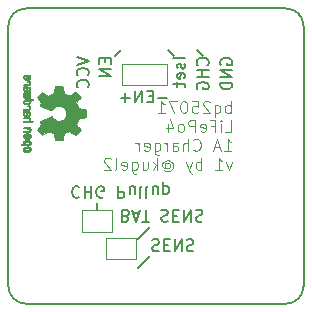
<source format=gbr>
G04 #@! TF.FileFunction,Legend,Bot*
%FSLAX46Y46*%
G04 Gerber Fmt 4.6, Leading zero omitted, Abs format (unit mm)*
G04 Created by KiCad (PCBNEW 4.0.5) date Sunday, 09. April 2017 'u43' 16:43:39*
%MOMM*%
%LPD*%
G01*
G04 APERTURE LIST*
%ADD10C,0.100000*%
%ADD11C,0.150000*%
%ADD12C,0.200000*%
%ADD13C,0.120000*%
%ADD14C,0.010000*%
G04 APERTURE END LIST*
D10*
D11*
X113500000Y-135000000D02*
G75*
G03X115000000Y-133500000I0J1500000D01*
G01*
X90000000Y-133500000D02*
G75*
G03X91500000Y-135000000I1500000J0D01*
G01*
X115000000Y-111500000D02*
G75*
G03X113500000Y-110000000I-1500000J0D01*
G01*
X91500000Y-110000000D02*
G75*
G03X90000000Y-111500000I0J-1500000D01*
G01*
D12*
X103500000Y-113500000D02*
X104000000Y-114000000D01*
X106000000Y-113500000D02*
X106500000Y-114000000D01*
X104952381Y-114238095D02*
X103952381Y-114238095D01*
X104904762Y-114666666D02*
X104952381Y-114761904D01*
X104952381Y-114952380D01*
X104904762Y-115047619D01*
X104809524Y-115095238D01*
X104761905Y-115095238D01*
X104666667Y-115047619D01*
X104619048Y-114952380D01*
X104619048Y-114809523D01*
X104571429Y-114714285D01*
X104476190Y-114666666D01*
X104428571Y-114666666D01*
X104333333Y-114714285D01*
X104285714Y-114809523D01*
X104285714Y-114952380D01*
X104333333Y-115047619D01*
X104904762Y-115904762D02*
X104952381Y-115809524D01*
X104952381Y-115619047D01*
X104904762Y-115523809D01*
X104809524Y-115476190D01*
X104428571Y-115476190D01*
X104333333Y-115523809D01*
X104285714Y-115619047D01*
X104285714Y-115809524D01*
X104333333Y-115904762D01*
X104428571Y-115952381D01*
X104523810Y-115952381D01*
X104619048Y-115476190D01*
X104285714Y-116238095D02*
X104285714Y-116619047D01*
X103952381Y-116380952D02*
X104809524Y-116380952D01*
X104904762Y-116428571D01*
X104952381Y-116523809D01*
X104952381Y-116619047D01*
X99500000Y-113500000D02*
X99000000Y-114000000D01*
X98183571Y-114238095D02*
X98183571Y-114571429D01*
X98707381Y-114714286D02*
X98707381Y-114238095D01*
X97707381Y-114238095D01*
X97707381Y-114714286D01*
X98707381Y-115142857D02*
X97707381Y-115142857D01*
X98707381Y-115714286D01*
X97707381Y-115714286D01*
X95802381Y-114095238D02*
X96802381Y-114428571D01*
X95802381Y-114761905D01*
X96707143Y-115666667D02*
X96754762Y-115619048D01*
X96802381Y-115476191D01*
X96802381Y-115380953D01*
X96754762Y-115238095D01*
X96659524Y-115142857D01*
X96564286Y-115095238D01*
X96373810Y-115047619D01*
X96230952Y-115047619D01*
X96040476Y-115095238D01*
X95945238Y-115142857D01*
X95850000Y-115238095D01*
X95802381Y-115380953D01*
X95802381Y-115476191D01*
X95850000Y-115619048D01*
X95897619Y-115666667D01*
X96707143Y-116666667D02*
X96754762Y-116619048D01*
X96802381Y-116476191D01*
X96802381Y-116380953D01*
X96754762Y-116238095D01*
X96659524Y-116142857D01*
X96564286Y-116095238D01*
X96373810Y-116047619D01*
X96230952Y-116047619D01*
X96040476Y-116095238D01*
X95945238Y-116142857D01*
X95850000Y-116238095D01*
X95802381Y-116380953D01*
X95802381Y-116476191D01*
X95850000Y-116619048D01*
X95897619Y-116666667D01*
X106857143Y-114809524D02*
X106904762Y-114761905D01*
X106952381Y-114619048D01*
X106952381Y-114523810D01*
X106904762Y-114380952D01*
X106809524Y-114285714D01*
X106714286Y-114238095D01*
X106523810Y-114190476D01*
X106380952Y-114190476D01*
X106190476Y-114238095D01*
X106095238Y-114285714D01*
X106000000Y-114380952D01*
X105952381Y-114523810D01*
X105952381Y-114619048D01*
X106000000Y-114761905D01*
X106047619Y-114809524D01*
X106952381Y-115238095D02*
X105952381Y-115238095D01*
X106428571Y-115238095D02*
X106428571Y-115809524D01*
X106952381Y-115809524D02*
X105952381Y-115809524D01*
X106000000Y-116809524D02*
X105952381Y-116714286D01*
X105952381Y-116571429D01*
X106000000Y-116428571D01*
X106095238Y-116333333D01*
X106190476Y-116285714D01*
X106380952Y-116238095D01*
X106523810Y-116238095D01*
X106714286Y-116285714D01*
X106809524Y-116333333D01*
X106904762Y-116428571D01*
X106952381Y-116571429D01*
X106952381Y-116666667D01*
X106904762Y-116809524D01*
X106857143Y-116857143D01*
X106523810Y-116857143D01*
X106523810Y-116666667D01*
X108000000Y-114761905D02*
X107952381Y-114666667D01*
X107952381Y-114523810D01*
X108000000Y-114380952D01*
X108095238Y-114285714D01*
X108190476Y-114238095D01*
X108380952Y-114190476D01*
X108523810Y-114190476D01*
X108714286Y-114238095D01*
X108809524Y-114285714D01*
X108904762Y-114380952D01*
X108952381Y-114523810D01*
X108952381Y-114619048D01*
X108904762Y-114761905D01*
X108857143Y-114809524D01*
X108523810Y-114809524D01*
X108523810Y-114619048D01*
X108952381Y-115238095D02*
X107952381Y-115238095D01*
X108952381Y-115809524D01*
X107952381Y-115809524D01*
X108952381Y-116285714D02*
X107952381Y-116285714D01*
X107952381Y-116523809D01*
X108000000Y-116666667D01*
X108095238Y-116761905D01*
X108190476Y-116809524D01*
X108380952Y-116857143D01*
X108523810Y-116857143D01*
X108714286Y-116809524D01*
X108809524Y-116761905D01*
X108904762Y-116666667D01*
X108952381Y-116523809D01*
X108952381Y-116285714D01*
X101000000Y-129500000D02*
X102000000Y-128500000D01*
X97500000Y-126500000D02*
X97500000Y-127000000D01*
X99952381Y-127571429D02*
X100095238Y-127523810D01*
X100142857Y-127476190D01*
X100190476Y-127380952D01*
X100190476Y-127238095D01*
X100142857Y-127142857D01*
X100095238Y-127095238D01*
X100000000Y-127047619D01*
X99619047Y-127047619D01*
X99619047Y-128047619D01*
X99952381Y-128047619D01*
X100047619Y-128000000D01*
X100095238Y-127952381D01*
X100142857Y-127857143D01*
X100142857Y-127761905D01*
X100095238Y-127666667D01*
X100047619Y-127619048D01*
X99952381Y-127571429D01*
X99619047Y-127571429D01*
X100571428Y-127333333D02*
X101047619Y-127333333D01*
X100476190Y-127047619D02*
X100809523Y-128047619D01*
X101142857Y-127047619D01*
X101333333Y-128047619D02*
X101904762Y-128047619D01*
X101619047Y-127047619D02*
X101619047Y-128047619D01*
X102952381Y-127095238D02*
X103095238Y-127047619D01*
X103333334Y-127047619D01*
X103428572Y-127095238D01*
X103476191Y-127142857D01*
X103523810Y-127238095D01*
X103523810Y-127333333D01*
X103476191Y-127428571D01*
X103428572Y-127476190D01*
X103333334Y-127523810D01*
X103142857Y-127571429D01*
X103047619Y-127619048D01*
X103000000Y-127666667D01*
X102952381Y-127761905D01*
X102952381Y-127857143D01*
X103000000Y-127952381D01*
X103047619Y-128000000D01*
X103142857Y-128047619D01*
X103380953Y-128047619D01*
X103523810Y-128000000D01*
X103952381Y-127571429D02*
X104285715Y-127571429D01*
X104428572Y-127047619D02*
X103952381Y-127047619D01*
X103952381Y-128047619D01*
X104428572Y-128047619D01*
X104857143Y-127047619D02*
X104857143Y-128047619D01*
X105428572Y-127047619D01*
X105428572Y-128047619D01*
X105857143Y-127095238D02*
X106000000Y-127047619D01*
X106238096Y-127047619D01*
X106333334Y-127095238D01*
X106380953Y-127142857D01*
X106428572Y-127238095D01*
X106428572Y-127333333D01*
X106380953Y-127428571D01*
X106333334Y-127476190D01*
X106238096Y-127523810D01*
X106047619Y-127571429D01*
X105952381Y-127619048D01*
X105904762Y-127666667D01*
X105857143Y-127761905D01*
X105857143Y-127857143D01*
X105904762Y-127952381D01*
X105952381Y-128000000D01*
X106047619Y-128047619D01*
X106285715Y-128047619D01*
X106428572Y-128000000D01*
X96023809Y-125142857D02*
X95976190Y-125095238D01*
X95833333Y-125047619D01*
X95738095Y-125047619D01*
X95595237Y-125095238D01*
X95499999Y-125190476D01*
X95452380Y-125285714D01*
X95404761Y-125476190D01*
X95404761Y-125619048D01*
X95452380Y-125809524D01*
X95499999Y-125904762D01*
X95595237Y-126000000D01*
X95738095Y-126047619D01*
X95833333Y-126047619D01*
X95976190Y-126000000D01*
X96023809Y-125952381D01*
X96452380Y-125047619D02*
X96452380Y-126047619D01*
X96452380Y-125571429D02*
X97023809Y-125571429D01*
X97023809Y-125047619D02*
X97023809Y-126047619D01*
X98023809Y-126000000D02*
X97928571Y-126047619D01*
X97785714Y-126047619D01*
X97642856Y-126000000D01*
X97547618Y-125904762D01*
X97499999Y-125809524D01*
X97452380Y-125619048D01*
X97452380Y-125476190D01*
X97499999Y-125285714D01*
X97547618Y-125190476D01*
X97642856Y-125095238D01*
X97785714Y-125047619D01*
X97880952Y-125047619D01*
X98023809Y-125095238D01*
X98071428Y-125142857D01*
X98071428Y-125476190D01*
X97880952Y-125476190D01*
X99261904Y-125047619D02*
X99261904Y-126047619D01*
X99642857Y-126047619D01*
X99738095Y-126000000D01*
X99785714Y-125952381D01*
X99833333Y-125857143D01*
X99833333Y-125714286D01*
X99785714Y-125619048D01*
X99738095Y-125571429D01*
X99642857Y-125523810D01*
X99261904Y-125523810D01*
X100690476Y-125714286D02*
X100690476Y-125047619D01*
X100261904Y-125714286D02*
X100261904Y-125190476D01*
X100309523Y-125095238D01*
X100404761Y-125047619D01*
X100547619Y-125047619D01*
X100642857Y-125095238D01*
X100690476Y-125142857D01*
X101309523Y-125047619D02*
X101214285Y-125095238D01*
X101166666Y-125190476D01*
X101166666Y-126047619D01*
X101833333Y-125047619D02*
X101738095Y-125095238D01*
X101690476Y-125190476D01*
X101690476Y-126047619D01*
X102642858Y-125714286D02*
X102642858Y-125047619D01*
X102214286Y-125714286D02*
X102214286Y-125190476D01*
X102261905Y-125095238D01*
X102357143Y-125047619D01*
X102500001Y-125047619D01*
X102595239Y-125095238D01*
X102642858Y-125142857D01*
X103119048Y-125714286D02*
X103119048Y-124714286D01*
X103119048Y-125666667D02*
X103214286Y-125714286D01*
X103404763Y-125714286D01*
X103500001Y-125666667D01*
X103547620Y-125619048D01*
X103595239Y-125523810D01*
X103595239Y-125238095D01*
X103547620Y-125142857D01*
X103500001Y-125095238D01*
X103404763Y-125047619D01*
X103214286Y-125047619D01*
X103119048Y-125095238D01*
X103476190Y-117571429D02*
X102714285Y-117571429D01*
X102238095Y-117428571D02*
X101904761Y-117428571D01*
X101761904Y-117952381D02*
X102238095Y-117952381D01*
X102238095Y-116952381D01*
X101761904Y-116952381D01*
X101333333Y-117952381D02*
X101333333Y-116952381D01*
X100761904Y-117952381D01*
X100761904Y-116952381D01*
X100285714Y-117571429D02*
X99523809Y-117571429D01*
X99904761Y-117952381D02*
X99904761Y-117190476D01*
D10*
X108811905Y-118847381D02*
X108811905Y-117847381D01*
X108811905Y-118228333D02*
X108716667Y-118180714D01*
X108526190Y-118180714D01*
X108430952Y-118228333D01*
X108383333Y-118275952D01*
X108335714Y-118371190D01*
X108335714Y-118656905D01*
X108383333Y-118752143D01*
X108430952Y-118799762D01*
X108526190Y-118847381D01*
X108716667Y-118847381D01*
X108811905Y-118799762D01*
X107478571Y-118180714D02*
X107478571Y-119180714D01*
X107478571Y-118799762D02*
X107573809Y-118847381D01*
X107764286Y-118847381D01*
X107859524Y-118799762D01*
X107907143Y-118752143D01*
X107954762Y-118656905D01*
X107954762Y-118371190D01*
X107907143Y-118275952D01*
X107859524Y-118228333D01*
X107764286Y-118180714D01*
X107573809Y-118180714D01*
X107478571Y-118228333D01*
X107050000Y-117942619D02*
X107002381Y-117895000D01*
X106907143Y-117847381D01*
X106669047Y-117847381D01*
X106573809Y-117895000D01*
X106526190Y-117942619D01*
X106478571Y-118037857D01*
X106478571Y-118133095D01*
X106526190Y-118275952D01*
X107097619Y-118847381D01*
X106478571Y-118847381D01*
X105573809Y-117847381D02*
X106050000Y-117847381D01*
X106097619Y-118323571D01*
X106050000Y-118275952D01*
X105954762Y-118228333D01*
X105716666Y-118228333D01*
X105621428Y-118275952D01*
X105573809Y-118323571D01*
X105526190Y-118418810D01*
X105526190Y-118656905D01*
X105573809Y-118752143D01*
X105621428Y-118799762D01*
X105716666Y-118847381D01*
X105954762Y-118847381D01*
X106050000Y-118799762D01*
X106097619Y-118752143D01*
X104907143Y-117847381D02*
X104811904Y-117847381D01*
X104716666Y-117895000D01*
X104669047Y-117942619D01*
X104621428Y-118037857D01*
X104573809Y-118228333D01*
X104573809Y-118466429D01*
X104621428Y-118656905D01*
X104669047Y-118752143D01*
X104716666Y-118799762D01*
X104811904Y-118847381D01*
X104907143Y-118847381D01*
X105002381Y-118799762D01*
X105050000Y-118752143D01*
X105097619Y-118656905D01*
X105145238Y-118466429D01*
X105145238Y-118228333D01*
X105097619Y-118037857D01*
X105050000Y-117942619D01*
X105002381Y-117895000D01*
X104907143Y-117847381D01*
X104240476Y-117847381D02*
X103573809Y-117847381D01*
X104002381Y-118847381D01*
X102669047Y-118847381D02*
X103240476Y-118847381D01*
X102954762Y-118847381D02*
X102954762Y-117847381D01*
X103050000Y-117990238D01*
X103145238Y-118085476D01*
X103240476Y-118133095D01*
X108335714Y-120447381D02*
X108811905Y-120447381D01*
X108811905Y-119447381D01*
X108002381Y-120447381D02*
X108002381Y-119780714D01*
X108002381Y-119447381D02*
X108050000Y-119495000D01*
X108002381Y-119542619D01*
X107954762Y-119495000D01*
X108002381Y-119447381D01*
X108002381Y-119542619D01*
X107192857Y-119923571D02*
X107526191Y-119923571D01*
X107526191Y-120447381D02*
X107526191Y-119447381D01*
X107050000Y-119447381D01*
X106288095Y-120399762D02*
X106383333Y-120447381D01*
X106573810Y-120447381D01*
X106669048Y-120399762D01*
X106716667Y-120304524D01*
X106716667Y-119923571D01*
X106669048Y-119828333D01*
X106573810Y-119780714D01*
X106383333Y-119780714D01*
X106288095Y-119828333D01*
X106240476Y-119923571D01*
X106240476Y-120018810D01*
X106716667Y-120114048D01*
X105811905Y-120447381D02*
X105811905Y-119447381D01*
X105430952Y-119447381D01*
X105335714Y-119495000D01*
X105288095Y-119542619D01*
X105240476Y-119637857D01*
X105240476Y-119780714D01*
X105288095Y-119875952D01*
X105335714Y-119923571D01*
X105430952Y-119971190D01*
X105811905Y-119971190D01*
X104669048Y-120447381D02*
X104764286Y-120399762D01*
X104811905Y-120352143D01*
X104859524Y-120256905D01*
X104859524Y-119971190D01*
X104811905Y-119875952D01*
X104764286Y-119828333D01*
X104669048Y-119780714D01*
X104526190Y-119780714D01*
X104430952Y-119828333D01*
X104383333Y-119875952D01*
X104335714Y-119971190D01*
X104335714Y-120256905D01*
X104383333Y-120352143D01*
X104430952Y-120399762D01*
X104526190Y-120447381D01*
X104669048Y-120447381D01*
X103478571Y-119780714D02*
X103478571Y-120447381D01*
X103716667Y-119399762D02*
X103954762Y-120114048D01*
X103335714Y-120114048D01*
X108288095Y-122047381D02*
X108859524Y-122047381D01*
X108573810Y-122047381D02*
X108573810Y-121047381D01*
X108669048Y-121190238D01*
X108764286Y-121285476D01*
X108859524Y-121333095D01*
X107907143Y-121761667D02*
X107430952Y-121761667D01*
X108002381Y-122047381D02*
X107669048Y-121047381D01*
X107335714Y-122047381D01*
X105669047Y-121952143D02*
X105716666Y-121999762D01*
X105859523Y-122047381D01*
X105954761Y-122047381D01*
X106097619Y-121999762D01*
X106192857Y-121904524D01*
X106240476Y-121809286D01*
X106288095Y-121618810D01*
X106288095Y-121475952D01*
X106240476Y-121285476D01*
X106192857Y-121190238D01*
X106097619Y-121095000D01*
X105954761Y-121047381D01*
X105859523Y-121047381D01*
X105716666Y-121095000D01*
X105669047Y-121142619D01*
X105240476Y-122047381D02*
X105240476Y-121047381D01*
X104811904Y-122047381D02*
X104811904Y-121523571D01*
X104859523Y-121428333D01*
X104954761Y-121380714D01*
X105097619Y-121380714D01*
X105192857Y-121428333D01*
X105240476Y-121475952D01*
X103907142Y-122047381D02*
X103907142Y-121523571D01*
X103954761Y-121428333D01*
X104049999Y-121380714D01*
X104240476Y-121380714D01*
X104335714Y-121428333D01*
X103907142Y-121999762D02*
X104002380Y-122047381D01*
X104240476Y-122047381D01*
X104335714Y-121999762D01*
X104383333Y-121904524D01*
X104383333Y-121809286D01*
X104335714Y-121714048D01*
X104240476Y-121666429D01*
X104002380Y-121666429D01*
X103907142Y-121618810D01*
X103430952Y-122047381D02*
X103430952Y-121380714D01*
X103430952Y-121571190D02*
X103383333Y-121475952D01*
X103335714Y-121428333D01*
X103240476Y-121380714D01*
X103145237Y-121380714D01*
X102383332Y-121380714D02*
X102383332Y-122190238D01*
X102430951Y-122285476D01*
X102478570Y-122333095D01*
X102573809Y-122380714D01*
X102716666Y-122380714D01*
X102811904Y-122333095D01*
X102383332Y-121999762D02*
X102478570Y-122047381D01*
X102669047Y-122047381D01*
X102764285Y-121999762D01*
X102811904Y-121952143D01*
X102859523Y-121856905D01*
X102859523Y-121571190D01*
X102811904Y-121475952D01*
X102764285Y-121428333D01*
X102669047Y-121380714D01*
X102478570Y-121380714D01*
X102383332Y-121428333D01*
X101526189Y-121999762D02*
X101621427Y-122047381D01*
X101811904Y-122047381D01*
X101907142Y-121999762D01*
X101954761Y-121904524D01*
X101954761Y-121523571D01*
X101907142Y-121428333D01*
X101811904Y-121380714D01*
X101621427Y-121380714D01*
X101526189Y-121428333D01*
X101478570Y-121523571D01*
X101478570Y-121618810D01*
X101954761Y-121714048D01*
X101049999Y-122047381D02*
X101049999Y-121380714D01*
X101049999Y-121571190D02*
X101002380Y-121475952D01*
X100954761Y-121428333D01*
X100859523Y-121380714D01*
X100764284Y-121380714D01*
X108907143Y-122980714D02*
X108669048Y-123647381D01*
X108430952Y-122980714D01*
X107526190Y-123647381D02*
X108097619Y-123647381D01*
X107811905Y-123647381D02*
X107811905Y-122647381D01*
X107907143Y-122790238D01*
X108002381Y-122885476D01*
X108097619Y-122933095D01*
X106335714Y-123647381D02*
X106335714Y-122647381D01*
X106335714Y-123028333D02*
X106240476Y-122980714D01*
X106049999Y-122980714D01*
X105954761Y-123028333D01*
X105907142Y-123075952D01*
X105859523Y-123171190D01*
X105859523Y-123456905D01*
X105907142Y-123552143D01*
X105954761Y-123599762D01*
X106049999Y-123647381D01*
X106240476Y-123647381D01*
X106335714Y-123599762D01*
X105526190Y-122980714D02*
X105288095Y-123647381D01*
X105049999Y-122980714D02*
X105288095Y-123647381D01*
X105383333Y-123885476D01*
X105430952Y-123933095D01*
X105526190Y-123980714D01*
X103288094Y-123171190D02*
X103335713Y-123123571D01*
X103430951Y-123075952D01*
X103526189Y-123075952D01*
X103621427Y-123123571D01*
X103669047Y-123171190D01*
X103716666Y-123266429D01*
X103716666Y-123361667D01*
X103669047Y-123456905D01*
X103621427Y-123504524D01*
X103526189Y-123552143D01*
X103430951Y-123552143D01*
X103335713Y-123504524D01*
X103288094Y-123456905D01*
X103288094Y-123075952D02*
X103288094Y-123456905D01*
X103240475Y-123504524D01*
X103192856Y-123504524D01*
X103097618Y-123456905D01*
X103049999Y-123361667D01*
X103049999Y-123123571D01*
X103145237Y-122980714D01*
X103288094Y-122885476D01*
X103478570Y-122837857D01*
X103669047Y-122885476D01*
X103811904Y-122980714D01*
X103907142Y-123123571D01*
X103954761Y-123314048D01*
X103907142Y-123504524D01*
X103811904Y-123647381D01*
X103669047Y-123742619D01*
X103478570Y-123790238D01*
X103288094Y-123742619D01*
X103145237Y-123647381D01*
X102621428Y-123647381D02*
X102621428Y-122647381D01*
X102526190Y-123266429D02*
X102240475Y-123647381D01*
X102240475Y-122980714D02*
X102621428Y-123361667D01*
X101383332Y-122980714D02*
X101383332Y-123647381D01*
X101811904Y-122980714D02*
X101811904Y-123504524D01*
X101764285Y-123599762D01*
X101669047Y-123647381D01*
X101526189Y-123647381D01*
X101430951Y-123599762D01*
X101383332Y-123552143D01*
X100478570Y-122980714D02*
X100478570Y-123790238D01*
X100526189Y-123885476D01*
X100573808Y-123933095D01*
X100669047Y-123980714D01*
X100811904Y-123980714D01*
X100907142Y-123933095D01*
X100478570Y-123599762D02*
X100573808Y-123647381D01*
X100764285Y-123647381D01*
X100859523Y-123599762D01*
X100907142Y-123552143D01*
X100954761Y-123456905D01*
X100954761Y-123171190D01*
X100907142Y-123075952D01*
X100859523Y-123028333D01*
X100764285Y-122980714D01*
X100573808Y-122980714D01*
X100478570Y-123028333D01*
X99621427Y-123599762D02*
X99716665Y-123647381D01*
X99907142Y-123647381D01*
X100002380Y-123599762D01*
X100049999Y-123504524D01*
X100049999Y-123123571D01*
X100002380Y-123028333D01*
X99907142Y-122980714D01*
X99716665Y-122980714D01*
X99621427Y-123028333D01*
X99573808Y-123123571D01*
X99573808Y-123218810D01*
X100049999Y-123314048D01*
X99002380Y-123647381D02*
X99097618Y-123599762D01*
X99145237Y-123504524D01*
X99145237Y-122647381D01*
X98669046Y-122742619D02*
X98621427Y-122695000D01*
X98526189Y-122647381D01*
X98288093Y-122647381D01*
X98192855Y-122695000D01*
X98145236Y-122742619D01*
X98097617Y-122837857D01*
X98097617Y-122933095D01*
X98145236Y-123075952D01*
X98716665Y-123647381D01*
X98097617Y-123647381D01*
D12*
X101000000Y-132000000D02*
X102000000Y-131000000D01*
X102190476Y-129595238D02*
X102333333Y-129547619D01*
X102571429Y-129547619D01*
X102666667Y-129595238D01*
X102714286Y-129642857D01*
X102761905Y-129738095D01*
X102761905Y-129833333D01*
X102714286Y-129928571D01*
X102666667Y-129976190D01*
X102571429Y-130023810D01*
X102380952Y-130071429D01*
X102285714Y-130119048D01*
X102238095Y-130166667D01*
X102190476Y-130261905D01*
X102190476Y-130357143D01*
X102238095Y-130452381D01*
X102285714Y-130500000D01*
X102380952Y-130547619D01*
X102619048Y-130547619D01*
X102761905Y-130500000D01*
X103190476Y-130071429D02*
X103523810Y-130071429D01*
X103666667Y-129547619D02*
X103190476Y-129547619D01*
X103190476Y-130547619D01*
X103666667Y-130547619D01*
X104095238Y-129547619D02*
X104095238Y-130547619D01*
X104666667Y-129547619D01*
X104666667Y-130547619D01*
X105095238Y-129595238D02*
X105238095Y-129547619D01*
X105476191Y-129547619D01*
X105571429Y-129595238D01*
X105619048Y-129642857D01*
X105666667Y-129738095D01*
X105666667Y-129833333D01*
X105619048Y-129928571D01*
X105571429Y-129976190D01*
X105476191Y-130023810D01*
X105285714Y-130071429D01*
X105190476Y-130119048D01*
X105142857Y-130166667D01*
X105095238Y-130261905D01*
X105095238Y-130357143D01*
X105142857Y-130452381D01*
X105190476Y-130500000D01*
X105285714Y-130547619D01*
X105523810Y-130547619D01*
X105666667Y-130500000D01*
D11*
X113500000Y-135000000D02*
X91500000Y-135000000D01*
X115000000Y-111500000D02*
X115000000Y-133500000D01*
X91500000Y-110000000D02*
X113500000Y-110000000D01*
X90000000Y-133500000D02*
X90000000Y-111500000D01*
D13*
X100790000Y-131210000D02*
X98250000Y-131210000D01*
X98250000Y-129430000D02*
X100790000Y-129430000D01*
X98250000Y-129430000D02*
X98250000Y-131210000D01*
X100790000Y-131210000D02*
X100790000Y-129430000D01*
X98770000Y-128890000D02*
X96230000Y-128890000D01*
X96230000Y-127110000D02*
X98770000Y-127110000D01*
X96230000Y-127110000D02*
X96230000Y-128890000D01*
X98770000Y-128890000D02*
X98770000Y-127110000D01*
D14*
G36*
X91890082Y-121290256D02*
X91862432Y-121234799D01*
X91811520Y-121185852D01*
X91792662Y-121172371D01*
X91767985Y-121157686D01*
X91741184Y-121148158D01*
X91705413Y-121142707D01*
X91653831Y-121140253D01*
X91585733Y-121139714D01*
X91492412Y-121142148D01*
X91422343Y-121150606D01*
X91370069Y-121166826D01*
X91330131Y-121192546D01*
X91297071Y-121229503D01*
X91295114Y-121232218D01*
X91275092Y-121268640D01*
X91265185Y-121312498D01*
X91262743Y-121368276D01*
X91262743Y-121458952D01*
X91174717Y-121458990D01*
X91125692Y-121459834D01*
X91096935Y-121464976D01*
X91079689Y-121478413D01*
X91065192Y-121504142D01*
X91062231Y-121510321D01*
X91048352Y-121539236D01*
X91039586Y-121561624D01*
X91038829Y-121578271D01*
X91048977Y-121589964D01*
X91072927Y-121597490D01*
X91113574Y-121601634D01*
X91173814Y-121603185D01*
X91256545Y-121602929D01*
X91364661Y-121601651D01*
X91397000Y-121601252D01*
X91508476Y-121599815D01*
X91581397Y-121598528D01*
X91581397Y-121459029D01*
X91519501Y-121458245D01*
X91479003Y-121454760D01*
X91452292Y-121446876D01*
X91431756Y-121432895D01*
X91421740Y-121423403D01*
X91392433Y-121384596D01*
X91390048Y-121350237D01*
X91414250Y-121314784D01*
X91415143Y-121313886D01*
X91433847Y-121299461D01*
X91459268Y-121290687D01*
X91498416Y-121286261D01*
X91558303Y-121284882D01*
X91571570Y-121284857D01*
X91654099Y-121288188D01*
X91711309Y-121299031D01*
X91746234Y-121318660D01*
X91761906Y-121348350D01*
X91763486Y-121365509D01*
X91756074Y-121406234D01*
X91731670Y-121434168D01*
X91687020Y-121450983D01*
X91618870Y-121458350D01*
X91581397Y-121459029D01*
X91581397Y-121598528D01*
X91594755Y-121598292D01*
X91659667Y-121596323D01*
X91707042Y-121593550D01*
X91740710Y-121589612D01*
X91764502Y-121584151D01*
X91782247Y-121576808D01*
X91797776Y-121567223D01*
X91803619Y-121563113D01*
X91858815Y-121508595D01*
X91890110Y-121439664D01*
X91898835Y-121359928D01*
X91890082Y-121290256D01*
X91890082Y-121290256D01*
G37*
X91890082Y-121290256D02*
X91862432Y-121234799D01*
X91811520Y-121185852D01*
X91792662Y-121172371D01*
X91767985Y-121157686D01*
X91741184Y-121148158D01*
X91705413Y-121142707D01*
X91653831Y-121140253D01*
X91585733Y-121139714D01*
X91492412Y-121142148D01*
X91422343Y-121150606D01*
X91370069Y-121166826D01*
X91330131Y-121192546D01*
X91297071Y-121229503D01*
X91295114Y-121232218D01*
X91275092Y-121268640D01*
X91265185Y-121312498D01*
X91262743Y-121368276D01*
X91262743Y-121458952D01*
X91174717Y-121458990D01*
X91125692Y-121459834D01*
X91096935Y-121464976D01*
X91079689Y-121478413D01*
X91065192Y-121504142D01*
X91062231Y-121510321D01*
X91048352Y-121539236D01*
X91039586Y-121561624D01*
X91038829Y-121578271D01*
X91048977Y-121589964D01*
X91072927Y-121597490D01*
X91113574Y-121601634D01*
X91173814Y-121603185D01*
X91256545Y-121602929D01*
X91364661Y-121601651D01*
X91397000Y-121601252D01*
X91508476Y-121599815D01*
X91581397Y-121598528D01*
X91581397Y-121459029D01*
X91519501Y-121458245D01*
X91479003Y-121454760D01*
X91452292Y-121446876D01*
X91431756Y-121432895D01*
X91421740Y-121423403D01*
X91392433Y-121384596D01*
X91390048Y-121350237D01*
X91414250Y-121314784D01*
X91415143Y-121313886D01*
X91433847Y-121299461D01*
X91459268Y-121290687D01*
X91498416Y-121286261D01*
X91558303Y-121284882D01*
X91571570Y-121284857D01*
X91654099Y-121288188D01*
X91711309Y-121299031D01*
X91746234Y-121318660D01*
X91761906Y-121348350D01*
X91763486Y-121365509D01*
X91756074Y-121406234D01*
X91731670Y-121434168D01*
X91687020Y-121450983D01*
X91618870Y-121458350D01*
X91581397Y-121459029D01*
X91581397Y-121598528D01*
X91594755Y-121598292D01*
X91659667Y-121596323D01*
X91707042Y-121593550D01*
X91740710Y-121589612D01*
X91764502Y-121584151D01*
X91782247Y-121576808D01*
X91797776Y-121567223D01*
X91803619Y-121563113D01*
X91858815Y-121508595D01*
X91890110Y-121439664D01*
X91898835Y-121359928D01*
X91890082Y-121290256D01*
G36*
X91882220Y-120173907D02*
X91855277Y-120127328D01*
X91828534Y-120094943D01*
X91800516Y-120071258D01*
X91766252Y-120054941D01*
X91720773Y-120044661D01*
X91659108Y-120039086D01*
X91576289Y-120036884D01*
X91516754Y-120036629D01*
X91297609Y-120036629D01*
X91269956Y-120098314D01*
X91242303Y-120160000D01*
X91482330Y-120167257D01*
X91571972Y-120170256D01*
X91637038Y-120173402D01*
X91681974Y-120177299D01*
X91711230Y-120182553D01*
X91729252Y-120189769D01*
X91740489Y-120199550D01*
X91742921Y-120202688D01*
X91761917Y-120250239D01*
X91754400Y-120298303D01*
X91734457Y-120326914D01*
X91720325Y-120338553D01*
X91701780Y-120346609D01*
X91673666Y-120351729D01*
X91630827Y-120354559D01*
X91568105Y-120355744D01*
X91502739Y-120355943D01*
X91420732Y-120355982D01*
X91362684Y-120357386D01*
X91323535Y-120362086D01*
X91298220Y-120372013D01*
X91281677Y-120389097D01*
X91268844Y-120415268D01*
X91255509Y-120450225D01*
X91240993Y-120488404D01*
X91498611Y-120483859D01*
X91591481Y-120482029D01*
X91660111Y-120479888D01*
X91709289Y-120476819D01*
X91743802Y-120472206D01*
X91768438Y-120465432D01*
X91787984Y-120455881D01*
X91805230Y-120444366D01*
X91860320Y-120388810D01*
X91892178Y-120321020D01*
X91899809Y-120247287D01*
X91882220Y-120173907D01*
X91882220Y-120173907D01*
G37*
X91882220Y-120173907D02*
X91855277Y-120127328D01*
X91828534Y-120094943D01*
X91800516Y-120071258D01*
X91766252Y-120054941D01*
X91720773Y-120044661D01*
X91659108Y-120039086D01*
X91576289Y-120036884D01*
X91516754Y-120036629D01*
X91297609Y-120036629D01*
X91269956Y-120098314D01*
X91242303Y-120160000D01*
X91482330Y-120167257D01*
X91571972Y-120170256D01*
X91637038Y-120173402D01*
X91681974Y-120177299D01*
X91711230Y-120182553D01*
X91729252Y-120189769D01*
X91740489Y-120199550D01*
X91742921Y-120202688D01*
X91761917Y-120250239D01*
X91754400Y-120298303D01*
X91734457Y-120326914D01*
X91720325Y-120338553D01*
X91701780Y-120346609D01*
X91673666Y-120351729D01*
X91630827Y-120354559D01*
X91568105Y-120355744D01*
X91502739Y-120355943D01*
X91420732Y-120355982D01*
X91362684Y-120357386D01*
X91323535Y-120362086D01*
X91298220Y-120372013D01*
X91281677Y-120389097D01*
X91268844Y-120415268D01*
X91255509Y-120450225D01*
X91240993Y-120488404D01*
X91498611Y-120483859D01*
X91591481Y-120482029D01*
X91660111Y-120479888D01*
X91709289Y-120476819D01*
X91743802Y-120472206D01*
X91768438Y-120465432D01*
X91787984Y-120455881D01*
X91805230Y-120444366D01*
X91860320Y-120388810D01*
X91892178Y-120321020D01*
X91899809Y-120247287D01*
X91882220Y-120173907D01*
G36*
X91888038Y-121848885D02*
X91852267Y-121780855D01*
X91794699Y-121730649D01*
X91757688Y-121712815D01*
X91702118Y-121698937D01*
X91631904Y-121691833D01*
X91555273Y-121691160D01*
X91480448Y-121696573D01*
X91415658Y-121707730D01*
X91369127Y-121724286D01*
X91361113Y-121729374D01*
X91301293Y-121789645D01*
X91265465Y-121861231D01*
X91254980Y-121938908D01*
X91271190Y-122017452D01*
X91280908Y-122039311D01*
X91310857Y-122081878D01*
X91350567Y-122119237D01*
X91355603Y-122122768D01*
X91379876Y-122137119D01*
X91405822Y-122146606D01*
X91439978Y-122152210D01*
X91488881Y-122154914D01*
X91559065Y-122155701D01*
X91574800Y-122155714D01*
X91579808Y-122155678D01*
X91579808Y-122010571D01*
X91513570Y-122009727D01*
X91469614Y-122006404D01*
X91441221Y-121999417D01*
X91421675Y-121987584D01*
X91415143Y-121981543D01*
X91390320Y-121946814D01*
X91391452Y-121913097D01*
X91412984Y-121879005D01*
X91435971Y-121858671D01*
X91469522Y-121846629D01*
X91522431Y-121839866D01*
X91528601Y-121839402D01*
X91624487Y-121838248D01*
X91695701Y-121850312D01*
X91741806Y-121875430D01*
X91762365Y-121913440D01*
X91763486Y-121927008D01*
X91757848Y-121962636D01*
X91738314Y-121987006D01*
X91700958Y-122001907D01*
X91641850Y-122009125D01*
X91579808Y-122010571D01*
X91579808Y-122155678D01*
X91649587Y-122155174D01*
X91701841Y-122152904D01*
X91738051Y-122147932D01*
X91764701Y-122139287D01*
X91788278Y-122125995D01*
X91792662Y-122123057D01*
X91851751Y-122073687D01*
X91886053Y-122019891D01*
X91899669Y-121954398D01*
X91900335Y-121932158D01*
X91888038Y-121848885D01*
X91888038Y-121848885D01*
G37*
X91888038Y-121848885D02*
X91852267Y-121780855D01*
X91794699Y-121730649D01*
X91757688Y-121712815D01*
X91702118Y-121698937D01*
X91631904Y-121691833D01*
X91555273Y-121691160D01*
X91480448Y-121696573D01*
X91415658Y-121707730D01*
X91369127Y-121724286D01*
X91361113Y-121729374D01*
X91301293Y-121789645D01*
X91265465Y-121861231D01*
X91254980Y-121938908D01*
X91271190Y-122017452D01*
X91280908Y-122039311D01*
X91310857Y-122081878D01*
X91350567Y-122119237D01*
X91355603Y-122122768D01*
X91379876Y-122137119D01*
X91405822Y-122146606D01*
X91439978Y-122152210D01*
X91488881Y-122154914D01*
X91559065Y-122155701D01*
X91574800Y-122155714D01*
X91579808Y-122155678D01*
X91579808Y-122010571D01*
X91513570Y-122009727D01*
X91469614Y-122006404D01*
X91441221Y-121999417D01*
X91421675Y-121987584D01*
X91415143Y-121981543D01*
X91390320Y-121946814D01*
X91391452Y-121913097D01*
X91412984Y-121879005D01*
X91435971Y-121858671D01*
X91469522Y-121846629D01*
X91522431Y-121839866D01*
X91528601Y-121839402D01*
X91624487Y-121838248D01*
X91695701Y-121850312D01*
X91741806Y-121875430D01*
X91762365Y-121913440D01*
X91763486Y-121927008D01*
X91757848Y-121962636D01*
X91738314Y-121987006D01*
X91700958Y-122001907D01*
X91641850Y-122009125D01*
X91579808Y-122010571D01*
X91579808Y-122155678D01*
X91649587Y-122155174D01*
X91701841Y-122152904D01*
X91738051Y-122147932D01*
X91764701Y-122139287D01*
X91788278Y-122125995D01*
X91792662Y-122123057D01*
X91851751Y-122073687D01*
X91886053Y-122019891D01*
X91899669Y-121954398D01*
X91900335Y-121932158D01*
X91888038Y-121848885D01*
G36*
X91878761Y-120721697D02*
X91840265Y-120664473D01*
X91784665Y-120620251D01*
X91713914Y-120593833D01*
X91661838Y-120588490D01*
X91640107Y-120589097D01*
X91623469Y-120594178D01*
X91608563Y-120608145D01*
X91592027Y-120635411D01*
X91570502Y-120680388D01*
X91540626Y-120747489D01*
X91540476Y-120747829D01*
X91512187Y-120809593D01*
X91487067Y-120860241D01*
X91467821Y-120894596D01*
X91457152Y-120907482D01*
X91457066Y-120907486D01*
X91433834Y-120896128D01*
X91408226Y-120869569D01*
X91389779Y-120839077D01*
X91386114Y-120823630D01*
X91398788Y-120781485D01*
X91430529Y-120745192D01*
X91465428Y-120727483D01*
X91491155Y-120710448D01*
X91520454Y-120677078D01*
X91545765Y-120637851D01*
X91559529Y-120603244D01*
X91560286Y-120596007D01*
X91547840Y-120587861D01*
X91516028Y-120587370D01*
X91473134Y-120593357D01*
X91427442Y-120604643D01*
X91387239Y-120620050D01*
X91385678Y-120620829D01*
X91320938Y-120667196D01*
X91276903Y-120727289D01*
X91255289Y-120795535D01*
X91257815Y-120866362D01*
X91286196Y-120934196D01*
X91288192Y-120937212D01*
X91336552Y-120990573D01*
X91399648Y-121025660D01*
X91482613Y-121045078D01*
X91505922Y-121047684D01*
X91615945Y-121052299D01*
X91667252Y-121046767D01*
X91667252Y-120907486D01*
X91635247Y-120905676D01*
X91625907Y-120895778D01*
X91632895Y-120871102D01*
X91649413Y-120832205D01*
X91670119Y-120788725D01*
X91670667Y-120787644D01*
X91690051Y-120750791D01*
X91702987Y-120736000D01*
X91716549Y-120739647D01*
X91734368Y-120755005D01*
X91760155Y-120794077D01*
X91762050Y-120836154D01*
X91743283Y-120873897D01*
X91707085Y-120899966D01*
X91667252Y-120907486D01*
X91667252Y-121046767D01*
X91703973Y-121042806D01*
X91773788Y-121018450D01*
X91822698Y-120984544D01*
X91872122Y-120923347D01*
X91896641Y-120855937D01*
X91898203Y-120787120D01*
X91878761Y-120721697D01*
X91878761Y-120721697D01*
G37*
X91878761Y-120721697D02*
X91840265Y-120664473D01*
X91784665Y-120620251D01*
X91713914Y-120593833D01*
X91661838Y-120588490D01*
X91640107Y-120589097D01*
X91623469Y-120594178D01*
X91608563Y-120608145D01*
X91592027Y-120635411D01*
X91570502Y-120680388D01*
X91540626Y-120747489D01*
X91540476Y-120747829D01*
X91512187Y-120809593D01*
X91487067Y-120860241D01*
X91467821Y-120894596D01*
X91457152Y-120907482D01*
X91457066Y-120907486D01*
X91433834Y-120896128D01*
X91408226Y-120869569D01*
X91389779Y-120839077D01*
X91386114Y-120823630D01*
X91398788Y-120781485D01*
X91430529Y-120745192D01*
X91465428Y-120727483D01*
X91491155Y-120710448D01*
X91520454Y-120677078D01*
X91545765Y-120637851D01*
X91559529Y-120603244D01*
X91560286Y-120596007D01*
X91547840Y-120587861D01*
X91516028Y-120587370D01*
X91473134Y-120593357D01*
X91427442Y-120604643D01*
X91387239Y-120620050D01*
X91385678Y-120620829D01*
X91320938Y-120667196D01*
X91276903Y-120727289D01*
X91255289Y-120795535D01*
X91257815Y-120866362D01*
X91286196Y-120934196D01*
X91288192Y-120937212D01*
X91336552Y-120990573D01*
X91399648Y-121025660D01*
X91482613Y-121045078D01*
X91505922Y-121047684D01*
X91615945Y-121052299D01*
X91667252Y-121046767D01*
X91667252Y-120907486D01*
X91635247Y-120905676D01*
X91625907Y-120895778D01*
X91632895Y-120871102D01*
X91649413Y-120832205D01*
X91670119Y-120788725D01*
X91670667Y-120787644D01*
X91690051Y-120750791D01*
X91702987Y-120736000D01*
X91716549Y-120739647D01*
X91734368Y-120755005D01*
X91760155Y-120794077D01*
X91762050Y-120836154D01*
X91743283Y-120873897D01*
X91707085Y-120899966D01*
X91667252Y-120907486D01*
X91667252Y-121046767D01*
X91703973Y-121042806D01*
X91773788Y-121018450D01*
X91822698Y-120984544D01*
X91872122Y-120923347D01*
X91896641Y-120855937D01*
X91898203Y-120787120D01*
X91878761Y-120721697D01*
G36*
X91958711Y-119514114D02*
X91899387Y-119509861D01*
X91864428Y-119504975D01*
X91849180Y-119498205D01*
X91848985Y-119488298D01*
X91850805Y-119485086D01*
X91863985Y-119442356D01*
X91863215Y-119386773D01*
X91849667Y-119330263D01*
X91832139Y-119294918D01*
X91804139Y-119258679D01*
X91772451Y-119232187D01*
X91732187Y-119214001D01*
X91678457Y-119202678D01*
X91606374Y-119196778D01*
X91511049Y-119194857D01*
X91492763Y-119194823D01*
X91287354Y-119194800D01*
X91271420Y-119240509D01*
X91260580Y-119272973D01*
X91255532Y-119290785D01*
X91255486Y-119291309D01*
X91269172Y-119293063D01*
X91306924Y-119294556D01*
X91363776Y-119295674D01*
X91434766Y-119296303D01*
X91477927Y-119296400D01*
X91563027Y-119296602D01*
X91624019Y-119297642D01*
X91665823Y-119300169D01*
X91693358Y-119304836D01*
X91711544Y-119312293D01*
X91725302Y-119323189D01*
X91731927Y-119329993D01*
X91758625Y-119376728D01*
X91760625Y-119427728D01*
X91738045Y-119473999D01*
X91729893Y-119482556D01*
X91714564Y-119495107D01*
X91696382Y-119503812D01*
X91670091Y-119509369D01*
X91630438Y-119512474D01*
X91572168Y-119513824D01*
X91491827Y-119514114D01*
X91287354Y-119514114D01*
X91271420Y-119559823D01*
X91260580Y-119592287D01*
X91255532Y-119610099D01*
X91255486Y-119610623D01*
X91269377Y-119611963D01*
X91308561Y-119613172D01*
X91369300Y-119614199D01*
X91447859Y-119614998D01*
X91540502Y-119615519D01*
X91643491Y-119615714D01*
X92040658Y-119615714D01*
X92060556Y-119568543D01*
X92080453Y-119521371D01*
X91958711Y-119514114D01*
X91958711Y-119514114D01*
G37*
X91958711Y-119514114D02*
X91899387Y-119509861D01*
X91864428Y-119504975D01*
X91849180Y-119498205D01*
X91848985Y-119488298D01*
X91850805Y-119485086D01*
X91863985Y-119442356D01*
X91863215Y-119386773D01*
X91849667Y-119330263D01*
X91832139Y-119294918D01*
X91804139Y-119258679D01*
X91772451Y-119232187D01*
X91732187Y-119214001D01*
X91678457Y-119202678D01*
X91606374Y-119196778D01*
X91511049Y-119194857D01*
X91492763Y-119194823D01*
X91287354Y-119194800D01*
X91271420Y-119240509D01*
X91260580Y-119272973D01*
X91255532Y-119290785D01*
X91255486Y-119291309D01*
X91269172Y-119293063D01*
X91306924Y-119294556D01*
X91363776Y-119295674D01*
X91434766Y-119296303D01*
X91477927Y-119296400D01*
X91563027Y-119296602D01*
X91624019Y-119297642D01*
X91665823Y-119300169D01*
X91693358Y-119304836D01*
X91711544Y-119312293D01*
X91725302Y-119323189D01*
X91731927Y-119329993D01*
X91758625Y-119376728D01*
X91760625Y-119427728D01*
X91738045Y-119473999D01*
X91729893Y-119482556D01*
X91714564Y-119495107D01*
X91696382Y-119503812D01*
X91670091Y-119509369D01*
X91630438Y-119512474D01*
X91572168Y-119513824D01*
X91491827Y-119514114D01*
X91287354Y-119514114D01*
X91271420Y-119559823D01*
X91260580Y-119592287D01*
X91255532Y-119610099D01*
X91255486Y-119610623D01*
X91269377Y-119611963D01*
X91308561Y-119613172D01*
X91369300Y-119614199D01*
X91447859Y-119614998D01*
X91540502Y-119615519D01*
X91643491Y-119615714D01*
X92040658Y-119615714D01*
X92060556Y-119568543D01*
X92080453Y-119521371D01*
X91958711Y-119514114D01*
G36*
X91859032Y-118850256D02*
X91837913Y-118793384D01*
X91837507Y-118792733D01*
X91811620Y-118757560D01*
X91781367Y-118731593D01*
X91741942Y-118713330D01*
X91688538Y-118701268D01*
X91616349Y-118693904D01*
X91520568Y-118689736D01*
X91506922Y-118689371D01*
X91301158Y-118684124D01*
X91278322Y-118728284D01*
X91262890Y-118760237D01*
X91255577Y-118779530D01*
X91255486Y-118780422D01*
X91268978Y-118783761D01*
X91305374Y-118786413D01*
X91358548Y-118788044D01*
X91401607Y-118788400D01*
X91471359Y-118788408D01*
X91515163Y-118791597D01*
X91536056Y-118802712D01*
X91537075Y-118826499D01*
X91521259Y-118867704D01*
X91492185Y-118929914D01*
X91468037Y-118975659D01*
X91447087Y-118999187D01*
X91424253Y-119006104D01*
X91423123Y-119006114D01*
X91383788Y-118994701D01*
X91362538Y-118960908D01*
X91359461Y-118909191D01*
X91359994Y-118871939D01*
X91349265Y-118852297D01*
X91323495Y-118840048D01*
X91290663Y-118832998D01*
X91272034Y-118843158D01*
X91269368Y-118846983D01*
X91258660Y-118882999D01*
X91257144Y-118933434D01*
X91264241Y-118985374D01*
X91277212Y-119022178D01*
X91320415Y-119073062D01*
X91380554Y-119101986D01*
X91427538Y-119107714D01*
X91469918Y-119103343D01*
X91504512Y-119087525D01*
X91535237Y-119056203D01*
X91566010Y-119005322D01*
X91600748Y-118930824D01*
X91602712Y-118926286D01*
X91633713Y-118859179D01*
X91659138Y-118817768D01*
X91681986Y-118800019D01*
X91705255Y-118803893D01*
X91731944Y-118827357D01*
X91738086Y-118834373D01*
X91761900Y-118881370D01*
X91760897Y-118930067D01*
X91737549Y-118972478D01*
X91694325Y-119000616D01*
X91685840Y-119003231D01*
X91644692Y-119028692D01*
X91624872Y-119060999D01*
X91605230Y-119107714D01*
X91656050Y-119107714D01*
X91729918Y-119093504D01*
X91797673Y-119051325D01*
X91820339Y-119029376D01*
X91849431Y-118979483D01*
X91862600Y-118916033D01*
X91859032Y-118850256D01*
X91859032Y-118850256D01*
G37*
X91859032Y-118850256D02*
X91837913Y-118793384D01*
X91837507Y-118792733D01*
X91811620Y-118757560D01*
X91781367Y-118731593D01*
X91741942Y-118713330D01*
X91688538Y-118701268D01*
X91616349Y-118693904D01*
X91520568Y-118689736D01*
X91506922Y-118689371D01*
X91301158Y-118684124D01*
X91278322Y-118728284D01*
X91262890Y-118760237D01*
X91255577Y-118779530D01*
X91255486Y-118780422D01*
X91268978Y-118783761D01*
X91305374Y-118786413D01*
X91358548Y-118788044D01*
X91401607Y-118788400D01*
X91471359Y-118788408D01*
X91515163Y-118791597D01*
X91536056Y-118802712D01*
X91537075Y-118826499D01*
X91521259Y-118867704D01*
X91492185Y-118929914D01*
X91468037Y-118975659D01*
X91447087Y-118999187D01*
X91424253Y-119006104D01*
X91423123Y-119006114D01*
X91383788Y-118994701D01*
X91362538Y-118960908D01*
X91359461Y-118909191D01*
X91359994Y-118871939D01*
X91349265Y-118852297D01*
X91323495Y-118840048D01*
X91290663Y-118832998D01*
X91272034Y-118843158D01*
X91269368Y-118846983D01*
X91258660Y-118882999D01*
X91257144Y-118933434D01*
X91264241Y-118985374D01*
X91277212Y-119022178D01*
X91320415Y-119073062D01*
X91380554Y-119101986D01*
X91427538Y-119107714D01*
X91469918Y-119103343D01*
X91504512Y-119087525D01*
X91535237Y-119056203D01*
X91566010Y-119005322D01*
X91600748Y-118930824D01*
X91602712Y-118926286D01*
X91633713Y-118859179D01*
X91659138Y-118817768D01*
X91681986Y-118800019D01*
X91705255Y-118803893D01*
X91731944Y-118827357D01*
X91738086Y-118834373D01*
X91761900Y-118881370D01*
X91760897Y-118930067D01*
X91737549Y-118972478D01*
X91694325Y-119000616D01*
X91685840Y-119003231D01*
X91644692Y-119028692D01*
X91624872Y-119060999D01*
X91605230Y-119107714D01*
X91656050Y-119107714D01*
X91729918Y-119093504D01*
X91797673Y-119051325D01*
X91820339Y-119029376D01*
X91849431Y-118979483D01*
X91862600Y-118916033D01*
X91859032Y-118850256D01*
G36*
X91860245Y-118360074D02*
X91835916Y-118294142D01*
X91792883Y-118240727D01*
X91762591Y-118219836D01*
X91707006Y-118197061D01*
X91666814Y-118197534D01*
X91639783Y-118221438D01*
X91635187Y-118230283D01*
X91620856Y-118268470D01*
X91624528Y-118287972D01*
X91648593Y-118294578D01*
X91661886Y-118294914D01*
X91710790Y-118307008D01*
X91745001Y-118338529D01*
X91761524Y-118382341D01*
X91757366Y-118431305D01*
X91735773Y-118471106D01*
X91723456Y-118484550D01*
X91708513Y-118494079D01*
X91685925Y-118500515D01*
X91650672Y-118504683D01*
X91597734Y-118507403D01*
X91522093Y-118509498D01*
X91498143Y-118510040D01*
X91416210Y-118512019D01*
X91358545Y-118514269D01*
X91320392Y-118517643D01*
X91296996Y-118522994D01*
X91283602Y-118531176D01*
X91275455Y-118543041D01*
X91271856Y-118550638D01*
X91259548Y-118582898D01*
X91255486Y-118601889D01*
X91269052Y-118608164D01*
X91310066Y-118611994D01*
X91379001Y-118613400D01*
X91476331Y-118612402D01*
X91491343Y-118612092D01*
X91580141Y-118609899D01*
X91644981Y-118607307D01*
X91690933Y-118603618D01*
X91723065Y-118598136D01*
X91746447Y-118590165D01*
X91766148Y-118579007D01*
X91774590Y-118573170D01*
X91811943Y-118539704D01*
X91840997Y-118502273D01*
X91843533Y-118497691D01*
X91863557Y-118430574D01*
X91860245Y-118360074D01*
X91860245Y-118360074D01*
G37*
X91860245Y-118360074D02*
X91835916Y-118294142D01*
X91792883Y-118240727D01*
X91762591Y-118219836D01*
X91707006Y-118197061D01*
X91666814Y-118197534D01*
X91639783Y-118221438D01*
X91635187Y-118230283D01*
X91620856Y-118268470D01*
X91624528Y-118287972D01*
X91648593Y-118294578D01*
X91661886Y-118294914D01*
X91710790Y-118307008D01*
X91745001Y-118338529D01*
X91761524Y-118382341D01*
X91757366Y-118431305D01*
X91735773Y-118471106D01*
X91723456Y-118484550D01*
X91708513Y-118494079D01*
X91685925Y-118500515D01*
X91650672Y-118504683D01*
X91597734Y-118507403D01*
X91522093Y-118509498D01*
X91498143Y-118510040D01*
X91416210Y-118512019D01*
X91358545Y-118514269D01*
X91320392Y-118517643D01*
X91296996Y-118522994D01*
X91283602Y-118531176D01*
X91275455Y-118543041D01*
X91271856Y-118550638D01*
X91259548Y-118582898D01*
X91255486Y-118601889D01*
X91269052Y-118608164D01*
X91310066Y-118611994D01*
X91379001Y-118613400D01*
X91476331Y-118612402D01*
X91491343Y-118612092D01*
X91580141Y-118609899D01*
X91644981Y-118607307D01*
X91690933Y-118603618D01*
X91723065Y-118598136D01*
X91746447Y-118590165D01*
X91766148Y-118579007D01*
X91774590Y-118573170D01*
X91811943Y-118539704D01*
X91840997Y-118502273D01*
X91843533Y-118497691D01*
X91863557Y-118430574D01*
X91860245Y-118360074D01*
G36*
X91744642Y-117699883D02*
X91636163Y-117700067D01*
X91552713Y-117700781D01*
X91490296Y-117702325D01*
X91444915Y-117704999D01*
X91412571Y-117709106D01*
X91389267Y-117714945D01*
X91371005Y-117722818D01*
X91360582Y-117728779D01*
X91304055Y-117778145D01*
X91268623Y-117840736D01*
X91255910Y-117909987D01*
X91267537Y-117979332D01*
X91288432Y-118020625D01*
X91324578Y-118063975D01*
X91368724Y-118093519D01*
X91426538Y-118111345D01*
X91503687Y-118119537D01*
X91560286Y-118120698D01*
X91564353Y-118120542D01*
X91564353Y-118019143D01*
X91499450Y-118018524D01*
X91456486Y-118015686D01*
X91428378Y-118009160D01*
X91408047Y-117997477D01*
X91392712Y-117983517D01*
X91363110Y-117936635D01*
X91360581Y-117886299D01*
X91385295Y-117838724D01*
X91388644Y-117835021D01*
X91406065Y-117819217D01*
X91426791Y-117809307D01*
X91457638Y-117803942D01*
X91505423Y-117801772D01*
X91558252Y-117801429D01*
X91624619Y-117802173D01*
X91668894Y-117805252D01*
X91697991Y-117811939D01*
X91718827Y-117823504D01*
X91729893Y-117832987D01*
X91757802Y-117877040D01*
X91761157Y-117927776D01*
X91739841Y-117976204D01*
X91731927Y-117985550D01*
X91714353Y-118001460D01*
X91693413Y-118011390D01*
X91662218Y-118016722D01*
X91613878Y-118018837D01*
X91564353Y-118019143D01*
X91564353Y-118120542D01*
X91651432Y-118117190D01*
X91719914Y-118105274D01*
X91771400Y-118082865D01*
X91811557Y-118047876D01*
X91832139Y-118020625D01*
X91854375Y-117971093D01*
X91864696Y-117913684D01*
X91861933Y-117860318D01*
X91850788Y-117830457D01*
X91847617Y-117818739D01*
X91859443Y-117810963D01*
X91891134Y-117805535D01*
X91939407Y-117801429D01*
X91993171Y-117796933D01*
X92025518Y-117790687D01*
X92044015Y-117779324D01*
X92056230Y-117759472D01*
X92061638Y-117747000D01*
X92081399Y-117699829D01*
X91744642Y-117699883D01*
X91744642Y-117699883D01*
G37*
X91744642Y-117699883D02*
X91636163Y-117700067D01*
X91552713Y-117700781D01*
X91490296Y-117702325D01*
X91444915Y-117704999D01*
X91412571Y-117709106D01*
X91389267Y-117714945D01*
X91371005Y-117722818D01*
X91360582Y-117728779D01*
X91304055Y-117778145D01*
X91268623Y-117840736D01*
X91255910Y-117909987D01*
X91267537Y-117979332D01*
X91288432Y-118020625D01*
X91324578Y-118063975D01*
X91368724Y-118093519D01*
X91426538Y-118111345D01*
X91503687Y-118119537D01*
X91560286Y-118120698D01*
X91564353Y-118120542D01*
X91564353Y-118019143D01*
X91499450Y-118018524D01*
X91456486Y-118015686D01*
X91428378Y-118009160D01*
X91408047Y-117997477D01*
X91392712Y-117983517D01*
X91363110Y-117936635D01*
X91360581Y-117886299D01*
X91385295Y-117838724D01*
X91388644Y-117835021D01*
X91406065Y-117819217D01*
X91426791Y-117809307D01*
X91457638Y-117803942D01*
X91505423Y-117801772D01*
X91558252Y-117801429D01*
X91624619Y-117802173D01*
X91668894Y-117805252D01*
X91697991Y-117811939D01*
X91718827Y-117823504D01*
X91729893Y-117832987D01*
X91757802Y-117877040D01*
X91761157Y-117927776D01*
X91739841Y-117976204D01*
X91731927Y-117985550D01*
X91714353Y-118001460D01*
X91693413Y-118011390D01*
X91662218Y-118016722D01*
X91613878Y-118018837D01*
X91564353Y-118019143D01*
X91564353Y-118120542D01*
X91651432Y-118117190D01*
X91719914Y-118105274D01*
X91771400Y-118082865D01*
X91811557Y-118047876D01*
X91832139Y-118020625D01*
X91854375Y-117971093D01*
X91864696Y-117913684D01*
X91861933Y-117860318D01*
X91850788Y-117830457D01*
X91847617Y-117818739D01*
X91859443Y-117810963D01*
X91891134Y-117805535D01*
X91939407Y-117801429D01*
X91993171Y-117796933D01*
X92025518Y-117790687D01*
X92044015Y-117779324D01*
X92056230Y-117759472D01*
X92061638Y-117747000D01*
X92081399Y-117699829D01*
X91744642Y-117699883D01*
G36*
X91851337Y-117110167D02*
X91813150Y-117107952D01*
X91755114Y-117106216D01*
X91681820Y-117105101D01*
X91604945Y-117104743D01*
X91344804Y-117104743D01*
X91298873Y-117150674D01*
X91270571Y-117182325D01*
X91259107Y-117210110D01*
X91259832Y-117248085D01*
X91261679Y-117263160D01*
X91267052Y-117310274D01*
X91270131Y-117349244D01*
X91270415Y-117358743D01*
X91268555Y-117390767D01*
X91263886Y-117436568D01*
X91261679Y-117454326D01*
X91258265Y-117497943D01*
X91265680Y-117527255D01*
X91288573Y-117556320D01*
X91298873Y-117566812D01*
X91344804Y-117612743D01*
X91831398Y-117612743D01*
X91848242Y-117575774D01*
X91860718Y-117543941D01*
X91865086Y-117525317D01*
X91851282Y-117520542D01*
X91812714Y-117516079D01*
X91753644Y-117512225D01*
X91678337Y-117509278D01*
X91614714Y-117507857D01*
X91364343Y-117503886D01*
X91359444Y-117469241D01*
X91362869Y-117437732D01*
X91373959Y-117422292D01*
X91394692Y-117417977D01*
X91438855Y-117414292D01*
X91500854Y-117411531D01*
X91575091Y-117409988D01*
X91613294Y-117409765D01*
X91833217Y-117409543D01*
X91849151Y-117363834D01*
X91859985Y-117331482D01*
X91865038Y-117313885D01*
X91865086Y-117313377D01*
X91851352Y-117311612D01*
X91813270Y-117309671D01*
X91755518Y-117307718D01*
X91682773Y-117305916D01*
X91614714Y-117304657D01*
X91364343Y-117300686D01*
X91364343Y-117213600D01*
X91592760Y-117209604D01*
X91821178Y-117205608D01*
X91843132Y-117163153D01*
X91858207Y-117131808D01*
X91865049Y-117113256D01*
X91865086Y-117112721D01*
X91851337Y-117110167D01*
X91851337Y-117110167D01*
G37*
X91851337Y-117110167D02*
X91813150Y-117107952D01*
X91755114Y-117106216D01*
X91681820Y-117105101D01*
X91604945Y-117104743D01*
X91344804Y-117104743D01*
X91298873Y-117150674D01*
X91270571Y-117182325D01*
X91259107Y-117210110D01*
X91259832Y-117248085D01*
X91261679Y-117263160D01*
X91267052Y-117310274D01*
X91270131Y-117349244D01*
X91270415Y-117358743D01*
X91268555Y-117390767D01*
X91263886Y-117436568D01*
X91261679Y-117454326D01*
X91258265Y-117497943D01*
X91265680Y-117527255D01*
X91288573Y-117556320D01*
X91298873Y-117566812D01*
X91344804Y-117612743D01*
X91831398Y-117612743D01*
X91848242Y-117575774D01*
X91860718Y-117543941D01*
X91865086Y-117525317D01*
X91851282Y-117520542D01*
X91812714Y-117516079D01*
X91753644Y-117512225D01*
X91678337Y-117509278D01*
X91614714Y-117507857D01*
X91364343Y-117503886D01*
X91359444Y-117469241D01*
X91362869Y-117437732D01*
X91373959Y-117422292D01*
X91394692Y-117417977D01*
X91438855Y-117414292D01*
X91500854Y-117411531D01*
X91575091Y-117409988D01*
X91613294Y-117409765D01*
X91833217Y-117409543D01*
X91849151Y-117363834D01*
X91859985Y-117331482D01*
X91865038Y-117313885D01*
X91865086Y-117313377D01*
X91851352Y-117311612D01*
X91813270Y-117309671D01*
X91755518Y-117307718D01*
X91682773Y-117305916D01*
X91614714Y-117304657D01*
X91364343Y-117300686D01*
X91364343Y-117213600D01*
X91592760Y-117209604D01*
X91821178Y-117205608D01*
X91843132Y-117163153D01*
X91858207Y-117131808D01*
X91865049Y-117113256D01*
X91865086Y-117112721D01*
X91851337Y-117110167D01*
G36*
X91853665Y-116745124D02*
X91834656Y-116703333D01*
X91811622Y-116670531D01*
X91785867Y-116646497D01*
X91752642Y-116629903D01*
X91707200Y-116619423D01*
X91644793Y-116613729D01*
X91560673Y-116611493D01*
X91505279Y-116611257D01*
X91289174Y-116611257D01*
X91272330Y-116648226D01*
X91260019Y-116677344D01*
X91255486Y-116691769D01*
X91268975Y-116694528D01*
X91305347Y-116696718D01*
X91358458Y-116698058D01*
X91400628Y-116698343D01*
X91461553Y-116699566D01*
X91509885Y-116702864D01*
X91539482Y-116707679D01*
X91545771Y-116711504D01*
X91539348Y-116737217D01*
X91522875Y-116777582D01*
X91500542Y-116824321D01*
X91476543Y-116869155D01*
X91455070Y-116903807D01*
X91440315Y-116919998D01*
X91440155Y-116920062D01*
X91412848Y-116918670D01*
X91386781Y-116906182D01*
X91365608Y-116884257D01*
X91358526Y-116852257D01*
X91359351Y-116824908D01*
X91359958Y-116786174D01*
X91350884Y-116765842D01*
X91326908Y-116753631D01*
X91322387Y-116752091D01*
X91288194Y-116746797D01*
X91267432Y-116760953D01*
X91257538Y-116797852D01*
X91255708Y-116837711D01*
X91269273Y-116909438D01*
X91288645Y-116946568D01*
X91334155Y-116992424D01*
X91390017Y-117016744D01*
X91449043Y-117018927D01*
X91504047Y-116998371D01*
X91538514Y-116967451D01*
X91557811Y-116936580D01*
X91582241Y-116888058D01*
X91607015Y-116831515D01*
X91610801Y-116822090D01*
X91638209Y-116759981D01*
X91662366Y-116724178D01*
X91686381Y-116712663D01*
X91713365Y-116723420D01*
X91734457Y-116741886D01*
X91760428Y-116785531D01*
X91762376Y-116833554D01*
X91742363Y-116877594D01*
X91702449Y-116909291D01*
X91692152Y-116913451D01*
X91654276Y-116937673D01*
X91626158Y-116973035D01*
X91603083Y-117017657D01*
X91668515Y-117017657D01*
X91708494Y-117015031D01*
X91740003Y-117003770D01*
X91773622Y-116978801D01*
X91799516Y-116954831D01*
X91836183Y-116917559D01*
X91855879Y-116888599D01*
X91863780Y-116857495D01*
X91865086Y-116822287D01*
X91853665Y-116745124D01*
X91853665Y-116745124D01*
G37*
X91853665Y-116745124D02*
X91834656Y-116703333D01*
X91811622Y-116670531D01*
X91785867Y-116646497D01*
X91752642Y-116629903D01*
X91707200Y-116619423D01*
X91644793Y-116613729D01*
X91560673Y-116611493D01*
X91505279Y-116611257D01*
X91289174Y-116611257D01*
X91272330Y-116648226D01*
X91260019Y-116677344D01*
X91255486Y-116691769D01*
X91268975Y-116694528D01*
X91305347Y-116696718D01*
X91358458Y-116698058D01*
X91400628Y-116698343D01*
X91461553Y-116699566D01*
X91509885Y-116702864D01*
X91539482Y-116707679D01*
X91545771Y-116711504D01*
X91539348Y-116737217D01*
X91522875Y-116777582D01*
X91500542Y-116824321D01*
X91476543Y-116869155D01*
X91455070Y-116903807D01*
X91440315Y-116919998D01*
X91440155Y-116920062D01*
X91412848Y-116918670D01*
X91386781Y-116906182D01*
X91365608Y-116884257D01*
X91358526Y-116852257D01*
X91359351Y-116824908D01*
X91359958Y-116786174D01*
X91350884Y-116765842D01*
X91326908Y-116753631D01*
X91322387Y-116752091D01*
X91288194Y-116746797D01*
X91267432Y-116760953D01*
X91257538Y-116797852D01*
X91255708Y-116837711D01*
X91269273Y-116909438D01*
X91288645Y-116946568D01*
X91334155Y-116992424D01*
X91390017Y-117016744D01*
X91449043Y-117018927D01*
X91504047Y-116998371D01*
X91538514Y-116967451D01*
X91557811Y-116936580D01*
X91582241Y-116888058D01*
X91607015Y-116831515D01*
X91610801Y-116822090D01*
X91638209Y-116759981D01*
X91662366Y-116724178D01*
X91686381Y-116712663D01*
X91713365Y-116723420D01*
X91734457Y-116741886D01*
X91760428Y-116785531D01*
X91762376Y-116833554D01*
X91742363Y-116877594D01*
X91702449Y-116909291D01*
X91692152Y-116913451D01*
X91654276Y-116937673D01*
X91626158Y-116973035D01*
X91603083Y-117017657D01*
X91668515Y-117017657D01*
X91708494Y-117015031D01*
X91740003Y-117003770D01*
X91773622Y-116978801D01*
X91799516Y-116954831D01*
X91836183Y-116917559D01*
X91855879Y-116888599D01*
X91863780Y-116857495D01*
X91865086Y-116822287D01*
X91853665Y-116745124D01*
G36*
X91851248Y-116237400D02*
X91843666Y-116220052D01*
X91810872Y-116178644D01*
X91763453Y-116143235D01*
X91712849Y-116121336D01*
X91687902Y-116117771D01*
X91653073Y-116129721D01*
X91634643Y-116155933D01*
X91623484Y-116184036D01*
X91621428Y-116196905D01*
X91636351Y-116203171D01*
X91668825Y-116215544D01*
X91683498Y-116220972D01*
X91734256Y-116251410D01*
X91759573Y-116295480D01*
X91758794Y-116351990D01*
X91757797Y-116356175D01*
X91743493Y-116386345D01*
X91715607Y-116408524D01*
X91670713Y-116423673D01*
X91605385Y-116432750D01*
X91516196Y-116436714D01*
X91468739Y-116437086D01*
X91393929Y-116437270D01*
X91342931Y-116438478D01*
X91310529Y-116441691D01*
X91291505Y-116447891D01*
X91280644Y-116458060D01*
X91272728Y-116473181D01*
X91272330Y-116474054D01*
X91260019Y-116503172D01*
X91255486Y-116517597D01*
X91269191Y-116519814D01*
X91307075Y-116521711D01*
X91364285Y-116523153D01*
X91435973Y-116524002D01*
X91488435Y-116524171D01*
X91589953Y-116523308D01*
X91666968Y-116519930D01*
X91723977Y-116512858D01*
X91765474Y-116500912D01*
X91795957Y-116482910D01*
X91819920Y-116457673D01*
X91836645Y-116432753D01*
X91858903Y-116372829D01*
X91863924Y-116303089D01*
X91851248Y-116237400D01*
X91851248Y-116237400D01*
G37*
X91851248Y-116237400D02*
X91843666Y-116220052D01*
X91810872Y-116178644D01*
X91763453Y-116143235D01*
X91712849Y-116121336D01*
X91687902Y-116117771D01*
X91653073Y-116129721D01*
X91634643Y-116155933D01*
X91623484Y-116184036D01*
X91621428Y-116196905D01*
X91636351Y-116203171D01*
X91668825Y-116215544D01*
X91683498Y-116220972D01*
X91734256Y-116251410D01*
X91759573Y-116295480D01*
X91758794Y-116351990D01*
X91757797Y-116356175D01*
X91743493Y-116386345D01*
X91715607Y-116408524D01*
X91670713Y-116423673D01*
X91605385Y-116432750D01*
X91516196Y-116436714D01*
X91468739Y-116437086D01*
X91393929Y-116437270D01*
X91342931Y-116438478D01*
X91310529Y-116441691D01*
X91291505Y-116447891D01*
X91280644Y-116458060D01*
X91272728Y-116473181D01*
X91272330Y-116474054D01*
X91260019Y-116503172D01*
X91255486Y-116517597D01*
X91269191Y-116519814D01*
X91307075Y-116521711D01*
X91364285Y-116523153D01*
X91435973Y-116524002D01*
X91488435Y-116524171D01*
X91589953Y-116523308D01*
X91666968Y-116519930D01*
X91723977Y-116512858D01*
X91765474Y-116500912D01*
X91795957Y-116482910D01*
X91819920Y-116457673D01*
X91836645Y-116432753D01*
X91858903Y-116372829D01*
X91863924Y-116303089D01*
X91851248Y-116237400D01*
G36*
X91843034Y-115736405D02*
X91805503Y-115678979D01*
X91771904Y-115651281D01*
X91710936Y-115629338D01*
X91662692Y-115627595D01*
X91598184Y-115631543D01*
X91533066Y-115780314D01*
X91499798Y-115852651D01*
X91473036Y-115899916D01*
X91449856Y-115924493D01*
X91427333Y-115928763D01*
X91402545Y-115915111D01*
X91386114Y-115900057D01*
X91359765Y-115856254D01*
X91357919Y-115808611D01*
X91378454Y-115764855D01*
X91419248Y-115732711D01*
X91433653Y-115726962D01*
X91478644Y-115699424D01*
X91497818Y-115667742D01*
X91514221Y-115624286D01*
X91452034Y-115624286D01*
X91409717Y-115628128D01*
X91374031Y-115643177D01*
X91333057Y-115674720D01*
X91327733Y-115679408D01*
X91291280Y-115714494D01*
X91271717Y-115744653D01*
X91262717Y-115782385D01*
X91259770Y-115813665D01*
X91259035Y-115869615D01*
X91268340Y-115909445D01*
X91282154Y-115934292D01*
X91312533Y-115973344D01*
X91345387Y-116000375D01*
X91386706Y-116017483D01*
X91442479Y-116026762D01*
X91518695Y-116030307D01*
X91557378Y-116030590D01*
X91603753Y-116029628D01*
X91603753Y-115941993D01*
X91578874Y-115940977D01*
X91574800Y-115938444D01*
X91580335Y-115921726D01*
X91594983Y-115885751D01*
X91615810Y-115837669D01*
X91620286Y-115827614D01*
X91651186Y-115766848D01*
X91678343Y-115733368D01*
X91703780Y-115726010D01*
X91729519Y-115743609D01*
X91740891Y-115758144D01*
X91763636Y-115810590D01*
X91759878Y-115859678D01*
X91732116Y-115900773D01*
X91682848Y-115929242D01*
X91643743Y-115938369D01*
X91603753Y-115941993D01*
X91603753Y-116029628D01*
X91647751Y-116028715D01*
X91714616Y-116021804D01*
X91763305Y-116008116D01*
X91799151Y-115985904D01*
X91827487Y-115953426D01*
X91836645Y-115939267D01*
X91860493Y-115874947D01*
X91861994Y-115804527D01*
X91843034Y-115736405D01*
X91843034Y-115736405D01*
G37*
X91843034Y-115736405D02*
X91805503Y-115678979D01*
X91771904Y-115651281D01*
X91710936Y-115629338D01*
X91662692Y-115627595D01*
X91598184Y-115631543D01*
X91533066Y-115780314D01*
X91499798Y-115852651D01*
X91473036Y-115899916D01*
X91449856Y-115924493D01*
X91427333Y-115928763D01*
X91402545Y-115915111D01*
X91386114Y-115900057D01*
X91359765Y-115856254D01*
X91357919Y-115808611D01*
X91378454Y-115764855D01*
X91419248Y-115732711D01*
X91433653Y-115726962D01*
X91478644Y-115699424D01*
X91497818Y-115667742D01*
X91514221Y-115624286D01*
X91452034Y-115624286D01*
X91409717Y-115628128D01*
X91374031Y-115643177D01*
X91333057Y-115674720D01*
X91327733Y-115679408D01*
X91291280Y-115714494D01*
X91271717Y-115744653D01*
X91262717Y-115782385D01*
X91259770Y-115813665D01*
X91259035Y-115869615D01*
X91268340Y-115909445D01*
X91282154Y-115934292D01*
X91312533Y-115973344D01*
X91345387Y-116000375D01*
X91386706Y-116017483D01*
X91442479Y-116026762D01*
X91518695Y-116030307D01*
X91557378Y-116030590D01*
X91603753Y-116029628D01*
X91603753Y-115941993D01*
X91578874Y-115940977D01*
X91574800Y-115938444D01*
X91580335Y-115921726D01*
X91594983Y-115885751D01*
X91615810Y-115837669D01*
X91620286Y-115827614D01*
X91651186Y-115766848D01*
X91678343Y-115733368D01*
X91703780Y-115726010D01*
X91729519Y-115743609D01*
X91740891Y-115758144D01*
X91763636Y-115810590D01*
X91759878Y-115859678D01*
X91732116Y-115900773D01*
X91682848Y-115929242D01*
X91643743Y-115938369D01*
X91603753Y-115941993D01*
X91603753Y-116029628D01*
X91647751Y-116028715D01*
X91714616Y-116021804D01*
X91763305Y-116008116D01*
X91799151Y-115985904D01*
X91827487Y-115953426D01*
X91836645Y-115939267D01*
X91860493Y-115874947D01*
X91861994Y-115804527D01*
X91843034Y-115736405D01*
G36*
X96567652Y-118786090D02*
X96567222Y-118707546D01*
X96566058Y-118650702D01*
X96563793Y-118611895D01*
X96560060Y-118587462D01*
X96554494Y-118573738D01*
X96546727Y-118567060D01*
X96536395Y-118563764D01*
X96535057Y-118563444D01*
X96510921Y-118558438D01*
X96463299Y-118549171D01*
X96397259Y-118536608D01*
X96317872Y-118521713D01*
X96230204Y-118505449D01*
X96227125Y-118504881D01*
X96141211Y-118488590D01*
X96065304Y-118473348D01*
X96003955Y-118460139D01*
X95961718Y-118449946D01*
X95943145Y-118443752D01*
X95942816Y-118443457D01*
X95933747Y-118425212D01*
X95918633Y-118387595D01*
X95900738Y-118338729D01*
X95900642Y-118338457D01*
X95877507Y-118276907D01*
X95848035Y-118204343D01*
X95818403Y-118135943D01*
X95816938Y-118132706D01*
X95766374Y-118021298D01*
X95934840Y-117774601D01*
X95986197Y-117698923D01*
X96032111Y-117630369D01*
X96069970Y-117572912D01*
X96097163Y-117530524D01*
X96111079Y-117507175D01*
X96112111Y-117504958D01*
X96107516Y-117487990D01*
X96085345Y-117456299D01*
X96044553Y-117408648D01*
X95984095Y-117343802D01*
X95919773Y-117277603D01*
X95856388Y-117213786D01*
X95798549Y-117156671D01*
X95749825Y-117109695D01*
X95713790Y-117076297D01*
X95694016Y-117059915D01*
X95692998Y-117059306D01*
X95679428Y-117057495D01*
X95657267Y-117064317D01*
X95623522Y-117081460D01*
X95575200Y-117110607D01*
X95509308Y-117153445D01*
X95424483Y-117210552D01*
X95349823Y-117261234D01*
X95282860Y-117306539D01*
X95227484Y-117343850D01*
X95187580Y-117370548D01*
X95167038Y-117384015D01*
X95165644Y-117384863D01*
X95145962Y-117383219D01*
X95107707Y-117370755D01*
X95058111Y-117349952D01*
X95042272Y-117342538D01*
X94971710Y-117310186D01*
X94891647Y-117275672D01*
X94822371Y-117247635D01*
X94770955Y-117227432D01*
X94731881Y-117211385D01*
X94711459Y-117202112D01*
X94709886Y-117200959D01*
X94707279Y-117183904D01*
X94700137Y-117143702D01*
X94689477Y-117085698D01*
X94676315Y-117015237D01*
X94661667Y-116937665D01*
X94646551Y-116858328D01*
X94631982Y-116782569D01*
X94618978Y-116715736D01*
X94608555Y-116663172D01*
X94601730Y-116630224D01*
X94599801Y-116622143D01*
X94595038Y-116613795D01*
X94584282Y-116607494D01*
X94563902Y-116602955D01*
X94530266Y-116599896D01*
X94479745Y-116598033D01*
X94408708Y-116597082D01*
X94313524Y-116596760D01*
X94274508Y-116596743D01*
X93957201Y-116596743D01*
X93942161Y-116672943D01*
X93934005Y-116715337D01*
X93922101Y-116778600D01*
X93907884Y-116855038D01*
X93892790Y-116936957D01*
X93888645Y-116959600D01*
X93873947Y-117035194D01*
X93859495Y-117101047D01*
X93846625Y-117151634D01*
X93836678Y-117181426D01*
X93833713Y-117186388D01*
X93812717Y-117198574D01*
X93772033Y-117216047D01*
X93719678Y-117235423D01*
X93708400Y-117239266D01*
X93638477Y-117264661D01*
X93559582Y-117296183D01*
X93488734Y-117327031D01*
X93488405Y-117327183D01*
X93377267Y-117378553D01*
X93128747Y-117209601D01*
X92880228Y-117040648D01*
X92662942Y-117257571D01*
X92598274Y-117323181D01*
X92541267Y-117383021D01*
X92494967Y-117433733D01*
X92462416Y-117471954D01*
X92446657Y-117494325D01*
X92445657Y-117497534D01*
X92453531Y-117516374D01*
X92475422Y-117554820D01*
X92508733Y-117608670D01*
X92550869Y-117673724D01*
X92598057Y-117744060D01*
X92646190Y-117815445D01*
X92688072Y-117879092D01*
X92721129Y-117930959D01*
X92742782Y-117967005D01*
X92750457Y-117983133D01*
X92743963Y-118002811D01*
X92726850Y-118040125D01*
X92702674Y-118087379D01*
X92699987Y-118092388D01*
X92668073Y-118156023D01*
X92652421Y-118199659D01*
X92652255Y-118226798D01*
X92666796Y-118240943D01*
X92667000Y-118241025D01*
X92684221Y-118248095D01*
X92725101Y-118264958D01*
X92786475Y-118290305D01*
X92865181Y-118322829D01*
X92958053Y-118361222D01*
X93061928Y-118404178D01*
X93162498Y-118445778D01*
X93273484Y-118491496D01*
X93376297Y-118533474D01*
X93467785Y-118570452D01*
X93544799Y-118601173D01*
X93604185Y-118624378D01*
X93642791Y-118638810D01*
X93657200Y-118643257D01*
X93673728Y-118632104D01*
X93700070Y-118602931D01*
X93729113Y-118564029D01*
X93820961Y-118453243D01*
X93926241Y-118366649D01*
X94042734Y-118305284D01*
X94168224Y-118270185D01*
X94300493Y-118262392D01*
X94361543Y-118268057D01*
X94488205Y-118298922D01*
X94600059Y-118352080D01*
X94695999Y-118424233D01*
X94774924Y-118512083D01*
X94835730Y-118612335D01*
X94877313Y-118721690D01*
X94898572Y-118836853D01*
X94898401Y-118954525D01*
X94875699Y-119071410D01*
X94829362Y-119184211D01*
X94758287Y-119289631D01*
X94718089Y-119333632D01*
X94614871Y-119418021D01*
X94502075Y-119476778D01*
X94382990Y-119510296D01*
X94260905Y-119518965D01*
X94139107Y-119503177D01*
X94020884Y-119463322D01*
X93909525Y-119399793D01*
X93808316Y-119312979D01*
X93729113Y-119215971D01*
X93698838Y-119175563D01*
X93672781Y-119147018D01*
X93657175Y-119136743D01*
X93640157Y-119142123D01*
X93599500Y-119157425D01*
X93538358Y-119181388D01*
X93459881Y-119212756D01*
X93367220Y-119250268D01*
X93263528Y-119292667D01*
X93162474Y-119334337D01*
X93051393Y-119380310D01*
X92948459Y-119422893D01*
X92856835Y-119460779D01*
X92779684Y-119492660D01*
X92720169Y-119517229D01*
X92681456Y-119533180D01*
X92667000Y-119539090D01*
X92652315Y-119553052D01*
X92652358Y-119580060D01*
X92667901Y-119623587D01*
X92699716Y-119687110D01*
X92699987Y-119687612D01*
X92724677Y-119735440D01*
X92742662Y-119774103D01*
X92750386Y-119795905D01*
X92750457Y-119796867D01*
X92742622Y-119813279D01*
X92720835Y-119849513D01*
X92687672Y-119901526D01*
X92645709Y-119965275D01*
X92598057Y-120035940D01*
X92549809Y-120107884D01*
X92507849Y-120172726D01*
X92474773Y-120226265D01*
X92453179Y-120264303D01*
X92445657Y-120282467D01*
X92455543Y-120299192D01*
X92483174Y-120332820D01*
X92525505Y-120379990D01*
X92579495Y-120437342D01*
X92642101Y-120501516D01*
X92663017Y-120522503D01*
X92880377Y-120739501D01*
X93122780Y-120574332D01*
X93197219Y-120524136D01*
X93264028Y-120480081D01*
X93319335Y-120444638D01*
X93359271Y-120420281D01*
X93379964Y-120409478D01*
X93381437Y-120409162D01*
X93400942Y-120414857D01*
X93440178Y-120430174D01*
X93492570Y-120452463D01*
X93527645Y-120468107D01*
X93594799Y-120497359D01*
X93662642Y-120524906D01*
X93719966Y-120546263D01*
X93737428Y-120552065D01*
X93784062Y-120568548D01*
X93820095Y-120584660D01*
X93833713Y-120593510D01*
X93842048Y-120613040D01*
X93853863Y-120655666D01*
X93867819Y-120715855D01*
X93882578Y-120788078D01*
X93888645Y-120820400D01*
X93903727Y-120902478D01*
X93918331Y-120981205D01*
X93931020Y-121048891D01*
X93940358Y-121097840D01*
X93942161Y-121107057D01*
X93957201Y-121183257D01*
X94274508Y-121183257D01*
X94378846Y-121183086D01*
X94457787Y-121182384D01*
X94514962Y-121180866D01*
X94554001Y-121178251D01*
X94578535Y-121174254D01*
X94592195Y-121168591D01*
X94598611Y-121160980D01*
X94599801Y-121157857D01*
X94604020Y-121139022D01*
X94612438Y-121097412D01*
X94624039Y-121038370D01*
X94637805Y-120967243D01*
X94652720Y-120889375D01*
X94667768Y-120810113D01*
X94681931Y-120734802D01*
X94694194Y-120668787D01*
X94703539Y-120617413D01*
X94708950Y-120586025D01*
X94709886Y-120579041D01*
X94722404Y-120572715D01*
X94755754Y-120558710D01*
X94803623Y-120539645D01*
X94822371Y-120532366D01*
X94894805Y-120503004D01*
X94974830Y-120468429D01*
X95042272Y-120437463D01*
X95093841Y-120414677D01*
X95136215Y-120399518D01*
X95162166Y-120394458D01*
X95165644Y-120395264D01*
X95182064Y-120405959D01*
X95218583Y-120430380D01*
X95271313Y-120465905D01*
X95336365Y-120509913D01*
X95409849Y-120559783D01*
X95424355Y-120569644D01*
X95510296Y-120627508D01*
X95575739Y-120670044D01*
X95623696Y-120698946D01*
X95657180Y-120715910D01*
X95679205Y-120722633D01*
X95692783Y-120720810D01*
X95692869Y-120720764D01*
X95710703Y-120706414D01*
X95745183Y-120674677D01*
X95792732Y-120628990D01*
X95849778Y-120572796D01*
X95912745Y-120509532D01*
X95919773Y-120502398D01*
X95996980Y-120422670D01*
X96053670Y-120361143D01*
X96090890Y-120316579D01*
X96109685Y-120287743D01*
X96112111Y-120275042D01*
X96101529Y-120256506D01*
X96077084Y-120218039D01*
X96041388Y-120163614D01*
X95997053Y-120097202D01*
X95946689Y-120022775D01*
X95934840Y-120005399D01*
X95766374Y-119758703D01*
X95816938Y-119647294D01*
X95846405Y-119579543D01*
X95876041Y-119506817D01*
X95899670Y-119444297D01*
X95900642Y-119441543D01*
X95918543Y-119392640D01*
X95933680Y-119354943D01*
X95942790Y-119336575D01*
X95942816Y-119336544D01*
X95959283Y-119330715D01*
X95999781Y-119320808D01*
X96059758Y-119307805D01*
X96134660Y-119292691D01*
X96219936Y-119276448D01*
X96227125Y-119275119D01*
X96314986Y-119258825D01*
X96394740Y-119243867D01*
X96461319Y-119231209D01*
X96509653Y-119221814D01*
X96534675Y-119216646D01*
X96535057Y-119216556D01*
X96545701Y-119213411D01*
X96553738Y-119207296D01*
X96559533Y-119194547D01*
X96563453Y-119171500D01*
X96565865Y-119134491D01*
X96567135Y-119079856D01*
X96567629Y-119003933D01*
X96567714Y-118903056D01*
X96567714Y-118890000D01*
X96567652Y-118786090D01*
X96567652Y-118786090D01*
G37*
X96567652Y-118786090D02*
X96567222Y-118707546D01*
X96566058Y-118650702D01*
X96563793Y-118611895D01*
X96560060Y-118587462D01*
X96554494Y-118573738D01*
X96546727Y-118567060D01*
X96536395Y-118563764D01*
X96535057Y-118563444D01*
X96510921Y-118558438D01*
X96463299Y-118549171D01*
X96397259Y-118536608D01*
X96317872Y-118521713D01*
X96230204Y-118505449D01*
X96227125Y-118504881D01*
X96141211Y-118488590D01*
X96065304Y-118473348D01*
X96003955Y-118460139D01*
X95961718Y-118449946D01*
X95943145Y-118443752D01*
X95942816Y-118443457D01*
X95933747Y-118425212D01*
X95918633Y-118387595D01*
X95900738Y-118338729D01*
X95900642Y-118338457D01*
X95877507Y-118276907D01*
X95848035Y-118204343D01*
X95818403Y-118135943D01*
X95816938Y-118132706D01*
X95766374Y-118021298D01*
X95934840Y-117774601D01*
X95986197Y-117698923D01*
X96032111Y-117630369D01*
X96069970Y-117572912D01*
X96097163Y-117530524D01*
X96111079Y-117507175D01*
X96112111Y-117504958D01*
X96107516Y-117487990D01*
X96085345Y-117456299D01*
X96044553Y-117408648D01*
X95984095Y-117343802D01*
X95919773Y-117277603D01*
X95856388Y-117213786D01*
X95798549Y-117156671D01*
X95749825Y-117109695D01*
X95713790Y-117076297D01*
X95694016Y-117059915D01*
X95692998Y-117059306D01*
X95679428Y-117057495D01*
X95657267Y-117064317D01*
X95623522Y-117081460D01*
X95575200Y-117110607D01*
X95509308Y-117153445D01*
X95424483Y-117210552D01*
X95349823Y-117261234D01*
X95282860Y-117306539D01*
X95227484Y-117343850D01*
X95187580Y-117370548D01*
X95167038Y-117384015D01*
X95165644Y-117384863D01*
X95145962Y-117383219D01*
X95107707Y-117370755D01*
X95058111Y-117349952D01*
X95042272Y-117342538D01*
X94971710Y-117310186D01*
X94891647Y-117275672D01*
X94822371Y-117247635D01*
X94770955Y-117227432D01*
X94731881Y-117211385D01*
X94711459Y-117202112D01*
X94709886Y-117200959D01*
X94707279Y-117183904D01*
X94700137Y-117143702D01*
X94689477Y-117085698D01*
X94676315Y-117015237D01*
X94661667Y-116937665D01*
X94646551Y-116858328D01*
X94631982Y-116782569D01*
X94618978Y-116715736D01*
X94608555Y-116663172D01*
X94601730Y-116630224D01*
X94599801Y-116622143D01*
X94595038Y-116613795D01*
X94584282Y-116607494D01*
X94563902Y-116602955D01*
X94530266Y-116599896D01*
X94479745Y-116598033D01*
X94408708Y-116597082D01*
X94313524Y-116596760D01*
X94274508Y-116596743D01*
X93957201Y-116596743D01*
X93942161Y-116672943D01*
X93934005Y-116715337D01*
X93922101Y-116778600D01*
X93907884Y-116855038D01*
X93892790Y-116936957D01*
X93888645Y-116959600D01*
X93873947Y-117035194D01*
X93859495Y-117101047D01*
X93846625Y-117151634D01*
X93836678Y-117181426D01*
X93833713Y-117186388D01*
X93812717Y-117198574D01*
X93772033Y-117216047D01*
X93719678Y-117235423D01*
X93708400Y-117239266D01*
X93638477Y-117264661D01*
X93559582Y-117296183D01*
X93488734Y-117327031D01*
X93488405Y-117327183D01*
X93377267Y-117378553D01*
X93128747Y-117209601D01*
X92880228Y-117040648D01*
X92662942Y-117257571D01*
X92598274Y-117323181D01*
X92541267Y-117383021D01*
X92494967Y-117433733D01*
X92462416Y-117471954D01*
X92446657Y-117494325D01*
X92445657Y-117497534D01*
X92453531Y-117516374D01*
X92475422Y-117554820D01*
X92508733Y-117608670D01*
X92550869Y-117673724D01*
X92598057Y-117744060D01*
X92646190Y-117815445D01*
X92688072Y-117879092D01*
X92721129Y-117930959D01*
X92742782Y-117967005D01*
X92750457Y-117983133D01*
X92743963Y-118002811D01*
X92726850Y-118040125D01*
X92702674Y-118087379D01*
X92699987Y-118092388D01*
X92668073Y-118156023D01*
X92652421Y-118199659D01*
X92652255Y-118226798D01*
X92666796Y-118240943D01*
X92667000Y-118241025D01*
X92684221Y-118248095D01*
X92725101Y-118264958D01*
X92786475Y-118290305D01*
X92865181Y-118322829D01*
X92958053Y-118361222D01*
X93061928Y-118404178D01*
X93162498Y-118445778D01*
X93273484Y-118491496D01*
X93376297Y-118533474D01*
X93467785Y-118570452D01*
X93544799Y-118601173D01*
X93604185Y-118624378D01*
X93642791Y-118638810D01*
X93657200Y-118643257D01*
X93673728Y-118632104D01*
X93700070Y-118602931D01*
X93729113Y-118564029D01*
X93820961Y-118453243D01*
X93926241Y-118366649D01*
X94042734Y-118305284D01*
X94168224Y-118270185D01*
X94300493Y-118262392D01*
X94361543Y-118268057D01*
X94488205Y-118298922D01*
X94600059Y-118352080D01*
X94695999Y-118424233D01*
X94774924Y-118512083D01*
X94835730Y-118612335D01*
X94877313Y-118721690D01*
X94898572Y-118836853D01*
X94898401Y-118954525D01*
X94875699Y-119071410D01*
X94829362Y-119184211D01*
X94758287Y-119289631D01*
X94718089Y-119333632D01*
X94614871Y-119418021D01*
X94502075Y-119476778D01*
X94382990Y-119510296D01*
X94260905Y-119518965D01*
X94139107Y-119503177D01*
X94020884Y-119463322D01*
X93909525Y-119399793D01*
X93808316Y-119312979D01*
X93729113Y-119215971D01*
X93698838Y-119175563D01*
X93672781Y-119147018D01*
X93657175Y-119136743D01*
X93640157Y-119142123D01*
X93599500Y-119157425D01*
X93538358Y-119181388D01*
X93459881Y-119212756D01*
X93367220Y-119250268D01*
X93263528Y-119292667D01*
X93162474Y-119334337D01*
X93051393Y-119380310D01*
X92948459Y-119422893D01*
X92856835Y-119460779D01*
X92779684Y-119492660D01*
X92720169Y-119517229D01*
X92681456Y-119533180D01*
X92667000Y-119539090D01*
X92652315Y-119553052D01*
X92652358Y-119580060D01*
X92667901Y-119623587D01*
X92699716Y-119687110D01*
X92699987Y-119687612D01*
X92724677Y-119735440D01*
X92742662Y-119774103D01*
X92750386Y-119795905D01*
X92750457Y-119796867D01*
X92742622Y-119813279D01*
X92720835Y-119849513D01*
X92687672Y-119901526D01*
X92645709Y-119965275D01*
X92598057Y-120035940D01*
X92549809Y-120107884D01*
X92507849Y-120172726D01*
X92474773Y-120226265D01*
X92453179Y-120264303D01*
X92445657Y-120282467D01*
X92455543Y-120299192D01*
X92483174Y-120332820D01*
X92525505Y-120379990D01*
X92579495Y-120437342D01*
X92642101Y-120501516D01*
X92663017Y-120522503D01*
X92880377Y-120739501D01*
X93122780Y-120574332D01*
X93197219Y-120524136D01*
X93264028Y-120480081D01*
X93319335Y-120444638D01*
X93359271Y-120420281D01*
X93379964Y-120409478D01*
X93381437Y-120409162D01*
X93400942Y-120414857D01*
X93440178Y-120430174D01*
X93492570Y-120452463D01*
X93527645Y-120468107D01*
X93594799Y-120497359D01*
X93662642Y-120524906D01*
X93719966Y-120546263D01*
X93737428Y-120552065D01*
X93784062Y-120568548D01*
X93820095Y-120584660D01*
X93833713Y-120593510D01*
X93842048Y-120613040D01*
X93853863Y-120655666D01*
X93867819Y-120715855D01*
X93882578Y-120788078D01*
X93888645Y-120820400D01*
X93903727Y-120902478D01*
X93918331Y-120981205D01*
X93931020Y-121048891D01*
X93940358Y-121097840D01*
X93942161Y-121107057D01*
X93957201Y-121183257D01*
X94274508Y-121183257D01*
X94378846Y-121183086D01*
X94457787Y-121182384D01*
X94514962Y-121180866D01*
X94554001Y-121178251D01*
X94578535Y-121174254D01*
X94592195Y-121168591D01*
X94598611Y-121160980D01*
X94599801Y-121157857D01*
X94604020Y-121139022D01*
X94612438Y-121097412D01*
X94624039Y-121038370D01*
X94637805Y-120967243D01*
X94652720Y-120889375D01*
X94667768Y-120810113D01*
X94681931Y-120734802D01*
X94694194Y-120668787D01*
X94703539Y-120617413D01*
X94708950Y-120586025D01*
X94709886Y-120579041D01*
X94722404Y-120572715D01*
X94755754Y-120558710D01*
X94803623Y-120539645D01*
X94822371Y-120532366D01*
X94894805Y-120503004D01*
X94974830Y-120468429D01*
X95042272Y-120437463D01*
X95093841Y-120414677D01*
X95136215Y-120399518D01*
X95162166Y-120394458D01*
X95165644Y-120395264D01*
X95182064Y-120405959D01*
X95218583Y-120430380D01*
X95271313Y-120465905D01*
X95336365Y-120509913D01*
X95409849Y-120559783D01*
X95424355Y-120569644D01*
X95510296Y-120627508D01*
X95575739Y-120670044D01*
X95623696Y-120698946D01*
X95657180Y-120715910D01*
X95679205Y-120722633D01*
X95692783Y-120720810D01*
X95692869Y-120720764D01*
X95710703Y-120706414D01*
X95745183Y-120674677D01*
X95792732Y-120628990D01*
X95849778Y-120572796D01*
X95912745Y-120509532D01*
X95919773Y-120502398D01*
X95996980Y-120422670D01*
X96053670Y-120361143D01*
X96090890Y-120316579D01*
X96109685Y-120287743D01*
X96112111Y-120275042D01*
X96101529Y-120256506D01*
X96077084Y-120218039D01*
X96041388Y-120163614D01*
X95997053Y-120097202D01*
X95946689Y-120022775D01*
X95934840Y-120005399D01*
X95766374Y-119758703D01*
X95816938Y-119647294D01*
X95846405Y-119579543D01*
X95876041Y-119506817D01*
X95899670Y-119444297D01*
X95900642Y-119441543D01*
X95918543Y-119392640D01*
X95933680Y-119354943D01*
X95942790Y-119336575D01*
X95942816Y-119336544D01*
X95959283Y-119330715D01*
X95999781Y-119320808D01*
X96059758Y-119307805D01*
X96134660Y-119292691D01*
X96219936Y-119276448D01*
X96227125Y-119275119D01*
X96314986Y-119258825D01*
X96394740Y-119243867D01*
X96461319Y-119231209D01*
X96509653Y-119221814D01*
X96534675Y-119216646D01*
X96535057Y-119216556D01*
X96545701Y-119213411D01*
X96553738Y-119207296D01*
X96559533Y-119194547D01*
X96563453Y-119171500D01*
X96565865Y-119134491D01*
X96567135Y-119079856D01*
X96567629Y-119003933D01*
X96567714Y-118903056D01*
X96567714Y-118890000D01*
X96567652Y-118786090D01*
D13*
X103410000Y-116478000D02*
X99590000Y-116478000D01*
X99590000Y-116478000D02*
X99590000Y-114698000D01*
X99590000Y-114698000D02*
X103410000Y-114698000D01*
X103410000Y-116478000D02*
X103410000Y-114698000D01*
M02*

</source>
